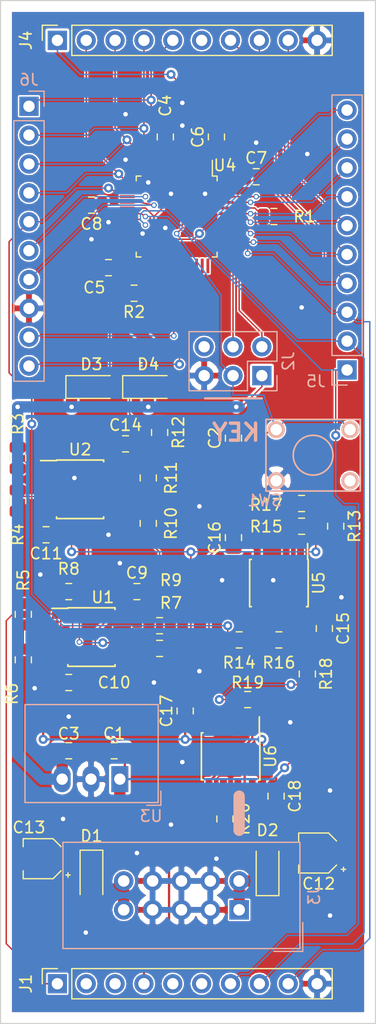
<source format=kicad_pcb>
(kicad_pcb (version 20171130) (host pcbnew 5.0.2+dfsg1-1~bpo9+1)
  (layers (0 F.Cu signal) (31 B.Cu signal) (34 B.Paste user) (35 F.Paste user) (36 B.SilkS user) (37 F.SilkS user) (38 B.Mask user) (39 F.Mask user) (44 Edge.Cuts user))
  (net 0 "")
  (net 1 /AIN0)
  (net 2 GND)
  (net 3 /AOUT0)
  (net 4 +3V3)
  (net 5 /POT0)
  (net 6 /POT1)
  (net 7 /POT2)
  (net 8 /POT3)
  (net 9 /AIN1)
  (net 10 /AIN2)
  (net 11 /AOUT1)
  (net 12 /AOUT2)
  (net 13 "Net-(J4-Pad6)")
  (net 14 "Net-(R13-Pad2)")
  (net 15 "Net-(R16-Pad2)")
  (net 16 "Net-(R10-Pad1)")
  (net 17 "Net-(R11-Pad1)")
  (net 18 "Net-(R20-Pad1)")
  (net 19 "Net-(R18-Pad2)")
  (net 20 "Net-(R19-Pad1)")
  (net 21 "Net-(R15-Pad2)")
  (net 22 "Net-(R13-Pad1)")
  (net 23 /OUT_Cond/Vin)
  (net 24 +1.65V)
  (net 25 /MCU/Vin)
  (net 26 "Net-(R3-Pad2)")
  (net 27 "Net-(R10-Pad2)")
  (net 28 "Net-(R2-Pad1)")
  (net 29 "Net-(R1-Pad1)")
  (net 30 "Net-(R5-Pad2)")
  (net 31 "Net-(R7-Pad1)")
  (net 32 "Net-(R8-Pad2)")
  (net 33 -12V)
  (net 34 +12V)
  (net 35 "Net-(U4-Pad2)")
  (net 36 "Net-(U4-Pad3)")
  (net 37 "Net-(U4-Pad4)")
  (net 38 "Net-(U4-Pad5)")
  (net 39 "Net-(U4-Pad6)")
  (net 40 /MCU/nRST)
  (net 41 "Net-(J6-Pad6)")
  (net 42 /MCU/DAC2)
  (net 43 "Net-(U4-Pad21)")
  (net 44 "Net-(U4-Pad22)")
  (net 45 "Net-(J5-Pad10)")
  (net 46 "Net-(U4-Pad27)")
  (net 47 "Net-(U4-Pad28)")
  (net 48 "Net-(U4-Pad29)")
  (net 49 /MCU/USART1_TX)
  (net 50 /MCU/USART1_RX)
  (net 51 "Net-(U4-Pad32)")
  (net 52 "Net-(U4-Pad33)")
  (net 53 "Net-(U4-Pad34)")
  (net 54 "Net-(U4-Pad35)")
  (net 55 "Net-(U4-Pad36)")
  (net 56 SWCLK)
  (net 57 SWDIO)
  (net 58 "Net-(J5-Pad7)")
  (net 59 "Net-(J5-Pad8)")
  (net 60 "Net-(J5-Pad9)")
  (net 61 "Net-(D2-Pad1)")
  (net 62 "Net-(D1-Pad2)")
  (net 63 "Net-(J2-Pad6)")
  (net 64 /D0)
  (net 65 /D1)
  (net 66 /D2)
  (net 67 /D3)
  (net 68 /D4)
  (net 69 /D5)
  (module Eurocad:TL1105SPF250Q (layer B.Cu) (at 137.51 100)
    (fp_text reference SW1 (at -4.26 3.98) (layer B.SilkS) (effects (justify mirror)))
    (fp_text value TL1105SPF250Q)
    (pad 1 thru_hole circle (at -3.25 -2.25) (size 1.524 1.524) (drill 1) (layers *.Cu *.Mask B.SilkS) (net 40 /MCU/nRST))
    (pad 2 thru_hole circle (at 3.25 -2.25) (size 1.524 1.524) (drill 1) (layers *.Cu *.Mask B.SilkS) (net 40 /MCU/nRST))
    (pad 3 thru_hole circle (at -3.25 2.25) (size 1.524 1.524) (drill 1) (layers *.Cu *.Mask B.SilkS) (net 2 GND))
    (pad 4 thru_hole circle (at 3.25 2.25) (size 1.524 1.524) (drill 1) (layers *.Cu *.Mask B.SilkS))
  )
  (module Connector_PinSocket_2.54mm:PinSocket_1x10_P2.54mm_Vertical (layer F.Cu) (at 115 146.5 90)
    (fp_text reference J1 (at 0 -2.77 90) (layer F.SilkS))
    (fp_text value Left)
    (pad 10 thru_hole oval (at 0 22.86 90) (size 1.7 1.7) (drill 1) (layers *.Cu *.Mask) (net 2 GND))
    (pad 9 thru_hole oval (at 0 20.32 90) (size 1.7 1.7) (drill 1) (layers *.Cu *.Mask) (net 66 /D2))
    (pad 8 thru_hole oval (at 0 17.78 90) (size 1.7 1.7) (drill 1) (layers *.Cu *.Mask) (net 65 /D1))
    (pad 7 thru_hole oval (at 0 15.24 90) (size 1.7 1.7) (drill 1) (layers *.Cu *.Mask) (net 64 /D0))
    (pad 6 thru_hole oval (at 0 12.7 90) (size 1.7 1.7) (drill 1) (layers *.Cu *.Mask) (net 12 /AOUT2))
    (pad 5 thru_hole oval (at 0 10.16 90) (size 1.7 1.7) (drill 1) (layers *.Cu *.Mask) (net 11 /AOUT1))
    (pad 4 thru_hole oval (at 0 7.62 90) (size 1.7 1.7) (drill 1) (layers *.Cu *.Mask) (net 3 /AOUT0))
    (pad 3 thru_hole oval (at 0 5.08 90) (size 1.7 1.7) (drill 1) (layers *.Cu *.Mask) (net 10 /AIN2))
    (pad 2 thru_hole oval (at 0 2.54 90) (size 1.7 1.7) (drill 1) (layers *.Cu *.Mask) (net 9 /AIN1))
    (pad 1 thru_hole rect (at 0 0 90) (size 1.7 1.7) (drill 1) (layers *.Cu *.Mask) (net 1 /AIN0))
  )
  (module Connector_PinSocket_2.54mm:PinSocket_1x10_P2.54mm_Vertical (layer F.Cu) (at 115 63.5 90)
    (fp_text reference J4 (at 0 -2.77 90) (layer F.SilkS))
    (fp_text value Right)
    (pad 1 thru_hole rect (at 0 0 90) (size 1.7 1.7) (drill 1) (layers *.Cu *.Mask) (net 4 +3V3))
    (pad 2 thru_hole oval (at 0 2.54 90) (size 1.7 1.7) (drill 1) (layers *.Cu *.Mask) (net 5 /POT0))
    (pad 3 thru_hole oval (at 0 5.08 90) (size 1.7 1.7) (drill 1) (layers *.Cu *.Mask) (net 6 /POT1))
    (pad 4 thru_hole oval (at 0 7.62 90) (size 1.7 1.7) (drill 1) (layers *.Cu *.Mask) (net 7 /POT2))
    (pad 5 thru_hole oval (at 0 10.16 90) (size 1.7 1.7) (drill 1) (layers *.Cu *.Mask) (net 8 /POT3))
    (pad 6 thru_hole oval (at 0 12.7 90) (size 1.7 1.7) (drill 1) (layers *.Cu *.Mask) (net 13 "Net-(J4-Pad6)"))
    (pad 7 thru_hole oval (at 0 15.24 90) (size 1.7 1.7) (drill 1) (layers *.Cu *.Mask) (net 67 /D3))
    (pad 8 thru_hole oval (at 0 17.78 90) (size 1.7 1.7) (drill 1) (layers *.Cu *.Mask) (net 68 /D4))
    (pad 9 thru_hole oval (at 0 20.32 90) (size 1.7 1.7) (drill 1) (layers *.Cu *.Mask) (net 69 /D5))
    (pad 10 thru_hole oval (at 0 22.86 90) (size 1.7 1.7) (drill 1) (layers *.Cu *.Mask) (net 2 GND))
  )
  (module Connector_PinHeader_2.54mm:PinHeader_2x03_P2.54mm_Vertical (layer B.Cu) (at 133 93 90)
    (fp_text reference J2 (at 1.27 2.33 90) (layer B.SilkS) (effects (justify mirror)))
    (fp_text value Conn_02x03_Odd_Even)
    (pad 1 thru_hole rect (at 0 0 90) (size 1.7 1.7) (drill 1) (layers *.Cu *.Mask) (net 4 +3V3))
    (pad 2 thru_hole oval (at 2.54 0 90) (size 1.7 1.7) (drill 1) (layers *.Cu *.Mask) (net 57 SWDIO))
    (pad 3 thru_hole oval (at 0 -2.54 90) (size 1.7 1.7) (drill 1) (layers *.Cu *.Mask) (net 40 /MCU/nRST))
    (pad 4 thru_hole oval (at 2.54 -2.54 90) (size 1.7 1.7) (drill 1) (layers *.Cu *.Mask) (net 56 SWCLK))
    (pad 5 thru_hole oval (at 0 -5.08 90) (size 1.7 1.7) (drill 1) (layers *.Cu *.Mask) (net 2 GND))
    (pad 6 thru_hole oval (at 2.54 -5.08 90) (size 1.7 1.7) (drill 1) (layers *.Cu *.Mask) (net 63 "Net-(J2-Pad6)"))
  )
  (module Diode_SMD:D_SOD-123 (layer F.Cu) (at 133.5 136.5 90)
    (fp_text reference D2 (at 3.5 0 180) (layer F.SilkS))
    (fp_text value 1N5819HW-7-F)
    (pad 2 smd rect (at 1.65 0 90) (size 0.9 1.2) (layers F.Cu F.Paste F.Mask) (net 33 -12V))
    (pad 1 smd rect (at -1.65 0 90) (size 0.9 1.2) (layers F.Cu F.Paste F.Mask) (net 61 "Net-(D2-Pad1)"))
  )
  (module Diode_SMD:D_SOD-123 (layer F.Cu) (at 118 137 270)
    (fp_text reference D1 (at -3.5 0) (layer F.SilkS))
    (fp_text value 1N5819HW-7-F)
    (pad 1 smd rect (at -1.65 0 270) (size 0.9 1.2) (layers F.Cu F.Paste F.Mask) (net 34 +12V))
    (pad 2 smd rect (at 1.65 0 270) (size 0.9 1.2) (layers F.Cu F.Paste F.Mask) (net 62 "Net-(D1-Pad2)"))
  )
  (module Diode_SMD:D_SOD-123 (layer F.Cu) (at 123 94)
    (fp_text reference D4 (at 0 -2) (layer F.SilkS))
    (fp_text value 1N5819HW-7-F)
    (pad 2 smd rect (at 1.65 0) (size 0.9 1.2) (layers F.Cu F.Paste F.Mask) (net 2 GND))
    (pad 1 smd rect (at -1.65 0) (size 0.9 1.2) (layers F.Cu F.Paste F.Mask) (net 25 /MCU/Vin))
  )
  (module Diode_SMD:D_SOD-123 (layer F.Cu) (at 118 94)
    (fp_text reference D3 (at 0 -2) (layer F.SilkS))
    (fp_text value 1N5819HW-7-F)
    (pad 1 smd rect (at -1.65 0) (size 0.9 1.2) (layers F.Cu F.Paste F.Mask) (net 4 +3V3))
    (pad 2 smd rect (at 1.65 0) (size 0.9 1.2) (layers F.Cu F.Paste F.Mask) (net 25 /MCU/Vin))
  )
  (module Connector_PinHeader_2.54mm:PinHeader_1x10_P2.54mm_Vertical (layer B.Cu) (at 112.5 69.3 180)
    (fp_text reference J6 (at 0 2.33 180) (layer B.SilkS) (effects (justify mirror)))
    (fp_text value Conn_01x10)
    (pad 10 thru_hole oval (at 0 -22.86 180) (size 1.7 1.7) (drill 1) (layers *.Cu *.Mask) (net 50 /MCU/USART1_RX))
    (pad 9 thru_hole oval (at 0 -20.32 180) (size 1.7 1.7) (drill 1) (layers *.Cu *.Mask) (net 49 /MCU/USART1_TX))
    (pad 8 thru_hole oval (at 0 -17.78 180) (size 1.7 1.7) (drill 1) (layers *.Cu *.Mask) (net 2 GND))
    (pad 7 thru_hole oval (at 0 -15.24 180) (size 1.7 1.7) (drill 1) (layers *.Cu *.Mask) (net 42 /MCU/DAC2))
    (pad 6 thru_hole oval (at 0 -12.7 180) (size 1.7 1.7) (drill 1) (layers *.Cu *.Mask) (net 41 "Net-(J6-Pad6)"))
    (pad 5 thru_hole oval (at 0 -10.16 180) (size 1.7 1.7) (drill 1) (layers *.Cu *.Mask) (net 23 /OUT_Cond/Vin))
    (pad 4 thru_hole oval (at 0 -7.62 180) (size 1.7 1.7) (drill 1) (layers *.Cu *.Mask) (net 5 /POT0))
    (pad 3 thru_hole oval (at 0 -5.08 180) (size 1.7 1.7) (drill 1) (layers *.Cu *.Mask) (net 6 /POT1))
    (pad 2 thru_hole oval (at 0 -2.54 180) (size 1.7 1.7) (drill 1) (layers *.Cu *.Mask) (net 7 /POT2))
    (pad 1 thru_hole rect (at 0 0 180) (size 1.7 1.7) (drill 1) (layers *.Cu *.Mask) (net 8 /POT3))
  )
  (module Connector_PinHeader_2.54mm:PinHeader_1x10_P2.54mm_Vertical (layer B.Cu) (at 140.5 92.5)
    (fp_text reference J5 (at -2.75 1) (layer B.SilkS) (effects (justify mirror)))
    (fp_text value Conn_01x10)
    (pad 1 thru_hole rect (at 0 0) (size 1.7 1.7) (drill 1) (layers *.Cu *.Mask) (net 64 /D0))
    (pad 2 thru_hole oval (at 0 -2.54) (size 1.7 1.7) (drill 1) (layers *.Cu *.Mask) (net 65 /D1))
    (pad 3 thru_hole oval (at 0 -5.08) (size 1.7 1.7) (drill 1) (layers *.Cu *.Mask) (net 66 /D2))
    (pad 4 thru_hole oval (at 0 -7.62) (size 1.7 1.7) (drill 1) (layers *.Cu *.Mask) (net 67 /D3))
    (pad 5 thru_hole oval (at 0 -10.16) (size 1.7 1.7) (drill 1) (layers *.Cu *.Mask) (net 68 /D4))
    (pad 6 thru_hole oval (at 0 -12.7) (size 1.7 1.7) (drill 1) (layers *.Cu *.Mask) (net 69 /D5))
    (pad 7 thru_hole oval (at 0 -15.24) (size 1.7 1.7) (drill 1) (layers *.Cu *.Mask) (net 58 "Net-(J5-Pad7)"))
    (pad 8 thru_hole oval (at 0 -17.78) (size 1.7 1.7) (drill 1) (layers *.Cu *.Mask) (net 59 "Net-(J5-Pad8)"))
    (pad 9 thru_hole oval (at 0 -20.32) (size 1.7 1.7) (drill 1) (layers *.Cu *.Mask) (net 60 "Net-(J5-Pad9)"))
    (pad 10 thru_hole oval (at 0 -22.86) (size 1.7 1.7) (drill 1) (layers *.Cu *.Mask) (net 45 "Net-(J5-Pad10)"))
  )
  (module Resistor_SMD:R_0805_2012Metric (layer F.Cu) (at 131.75 121.5 180)
    (fp_text reference R19 (at 0 1.5 180) (layer F.SilkS))
    (fp_text value 20k)
    (pad 2 smd roundrect (at 0.9375 0 180) (size 0.975 1.4) (layers F.Cu F.Paste F.Mask) (net 19 "Net-(R18-Pad2)"))
    (pad 1 smd roundrect (at -0.9375 0 180) (size 0.975 1.4) (layers F.Cu F.Paste F.Mask) (net 20 "Net-(R19-Pad1)"))
  )
  (module Resistor_SMD:R_0805_2012Metric (layer F.Cu) (at 137 119.25 270)
    (fp_text reference R18 (at 0 -1.65 270) (layer F.SilkS))
    (fp_text value 10k)
    (pad 1 smd roundrect (at -0.9375 0 270) (size 0.975 1.4) (layers F.Cu F.Paste F.Mask) (net 15 "Net-(R16-Pad2)"))
    (pad 2 smd roundrect (at 0.9375 0 270) (size 0.975 1.4) (layers F.Cu F.Paste F.Mask) (net 19 "Net-(R18-Pad2)"))
  )
  (module Resistor_SMD:R_0805_2012Metric (layer F.Cu) (at 139.5 106.25 270)
    (fp_text reference R13 (at 0 -1.65 270) (layer F.SilkS))
    (fp_text value 1M)
    (pad 1 smd roundrect (at -0.9375 0 270) (size 0.975 1.4) (layers F.Cu F.Paste F.Mask) (net 22 "Net-(R13-Pad1)"))
    (pad 2 smd roundrect (at 0.9375 0 270) (size 0.975 1.4) (layers F.Cu F.Paste F.Mask) (net 14 "Net-(R13-Pad2)"))
  )
  (module Resistor_SMD:R_0805_2012Metric (layer F.Cu) (at 124 98 270)
    (fp_text reference R12 (at 0 -1.65 270) (layer F.SilkS))
    (fp_text value 10R)
    (pad 2 smd roundrect (at 0.9375 0 270) (size 0.975 1.4) (layers F.Cu F.Paste F.Mask) (net 17 "Net-(R11-Pad1)"))
    (pad 1 smd roundrect (at -0.9375 0 270) (size 0.975 1.4) (layers F.Cu F.Paste F.Mask) (net 25 /MCU/Vin))
  )
  (module Resistor_SMD:R_0805_2012Metric (layer F.Cu) (at 111.5 100.25 270)
    (fp_text reference R3 (at -3 0 270) (layer F.SilkS))
    (fp_text value 1M)
    (pad 1 smd roundrect (at -0.9375 0 270) (size 0.975 1.4) (layers F.Cu F.Paste F.Mask) (net 4 +3V3))
    (pad 2 smd roundrect (at 0.9375 0 270) (size 0.975 1.4) (layers F.Cu F.Paste F.Mask) (net 26 "Net-(R3-Pad2)"))
  )
  (module Resistor_SMD:R_0805_2012Metric (layer F.Cu) (at 111.5 104 270)
    (fp_text reference R4 (at 3 0 270) (layer F.SilkS))
    (fp_text value 1M)
    (pad 2 smd roundrect (at 0.9375 0 270) (size 0.975 1.4) (layers F.Cu F.Paste F.Mask) (net 2 GND))
    (pad 1 smd roundrect (at -0.9375 0 270) (size 0.975 1.4) (layers F.Cu F.Paste F.Mask) (net 26 "Net-(R3-Pad2)"))
  )
  (module Resistor_SMD:R_0805_2012Metric (layer F.Cu) (at 123 106 270)
    (fp_text reference R10 (at 0 -2 270) (layer F.SilkS))
    (fp_text value 1M)
    (pad 1 smd roundrect (at -0.9375 0 270) (size 0.975 1.4) (layers F.Cu F.Paste F.Mask) (net 16 "Net-(R10-Pad1)"))
    (pad 2 smd roundrect (at 0.9375 0 270) (size 0.975 1.4) (layers F.Cu F.Paste F.Mask) (net 27 "Net-(R10-Pad2)"))
  )
  (module Resistor_SMD:R_0805_2012Metric (layer F.Cu) (at 121.75 85.75 180)
    (fp_text reference R2 (at 0 -1.65 180) (layer F.SilkS))
    (fp_text value 0R)
    (pad 2 smd roundrect (at 0.9375 0 180) (size 0.975 1.4) (layers F.Cu F.Paste F.Mask) (net 4 +3V3))
    (pad 1 smd roundrect (at -0.9375 0 180) (size 0.975 1.4) (layers F.Cu F.Paste F.Mask) (net 28 "Net-(R2-Pad1)"))
  )
  (module Converter_DCDC:Converter_DCDC_RECOM_R-78E-0.5_THT (layer B.Cu) (at 120.5 128.5 180)
    (fp_text reference U3 (at -2.75 -3.25 180) (layer B.SilkS) (effects (justify mirror)))
    (fp_text value R-783.3-0.5)
    (pad 1 thru_hole rect (at 0 0 180) (size 1.5 2.3) (drill 1) (layers *.Cu *.Mask) (net 34 +12V))
    (pad 2 thru_hole oval (at 2.54 0 180) (size 1.5 2.3) (drill 1) (layers *.Cu *.Mask) (net 2 GND))
    (pad 3 thru_hole oval (at 5.08 0 180) (size 1.5 2.3) (drill 1) (layers *.Cu *.Mask) (net 4 +3V3))
  )
  (module Resistor_SMD:R_0805_2012Metric (layer F.Cu) (at 136.5 104.25 180)
    (fp_text reference R17 (at 3.12 -0.12 180) (layer F.SilkS))
    (fp_text value 10k)
    (pad 2 smd roundrect (at 0.9375 0 180) (size 0.975 1.4) (layers F.Cu F.Paste F.Mask) (net 21 "Net-(R15-Pad2)"))
    (pad 1 smd roundrect (at -0.9375 0 180) (size 0.975 1.4) (layers F.Cu F.Paste F.Mask) (net 22 "Net-(R13-Pad1)"))
  )
  (module Resistor_SMD:R_0805_2012Metric (layer F.Cu) (at 131 116.25)
    (fp_text reference R14 (at 0 2) (layer F.SilkS))
    (fp_text value 1M)
    (pad 1 smd roundrect (at -0.9375 0) (size 0.975 1.4) (layers F.Cu F.Paste F.Mask) (net 23 /OUT_Cond/Vin))
    (pad 2 smd roundrect (at 0.9375 0) (size 0.975 1.4) (layers F.Cu F.Paste F.Mask) (net 14 "Net-(R13-Pad2)"))
  )
  (module Resistor_SMD:R_0805_2012Metric (layer F.Cu) (at 136.5 106.25 180)
    (fp_text reference R15 (at 3.12 -0.03 180) (layer F.SilkS))
    (fp_text value 10k)
    (pad 2 smd roundrect (at 0.9375 0 180) (size 0.975 1.4) (layers F.Cu F.Paste F.Mask) (net 21 "Net-(R15-Pad2)"))
    (pad 1 smd roundrect (at -0.9375 0 180) (size 0.975 1.4) (layers F.Cu F.Paste F.Mask) (net 24 +1.65V))
  )
  (module Resistor_SMD:R_0805_2012Metric (layer F.Cu) (at 134.5 116.25)
    (fp_text reference R16 (at 0 2) (layer F.SilkS))
    (fp_text value 1M)
    (pad 1 smd roundrect (at -0.9375 0) (size 0.975 1.4) (layers F.Cu F.Paste F.Mask) (net 14 "Net-(R13-Pad2)"))
    (pad 2 smd roundrect (at 0.9375 0) (size 0.975 1.4) (layers F.Cu F.Paste F.Mask) (net 15 "Net-(R16-Pad2)"))
  )
  (module Resistor_SMD:R_0805_2012Metric (layer F.Cu) (at 123 102 270)
    (fp_text reference R11 (at 0 -2 270) (layer F.SilkS))
    (fp_text value 1M)
    (pad 2 smd roundrect (at 0.9375 0 270) (size 0.975 1.4) (layers F.Cu F.Paste F.Mask) (net 16 "Net-(R10-Pad1)"))
    (pad 1 smd roundrect (at -0.9375 0 270) (size 0.975 1.4) (layers F.Cu F.Paste F.Mask) (net 17 "Net-(R11-Pad1)"))
  )
  (module Resistor_SMD:R_0805_2012Metric (layer F.Cu) (at 134.0625 79)
    (fp_text reference R1 (at 2.6875 0) (layer F.SilkS))
    (fp_text value 0R)
    (pad 1 smd roundrect (at -0.9375 0) (size 0.975 1.4) (layers F.Cu F.Paste F.Mask) (net 29 "Net-(R1-Pad1)"))
    (pad 2 smd roundrect (at 0.9375 0) (size 0.975 1.4) (layers F.Cu F.Paste F.Mask) (net 2 GND))
  )
  (module Resistor_SMD:R_0805_2012Metric (layer F.Cu) (at 112 114 270)
    (fp_text reference R5 (at -3 0 270) (layer F.SilkS))
    (fp_text value 10k)
    (pad 2 smd roundrect (at 0.9375 0 270) (size 0.975 1.4) (layers F.Cu F.Paste F.Mask) (net 30 "Net-(R5-Pad2)"))
    (pad 1 smd roundrect (at -0.9375 0 270) (size 0.975 1.4) (layers F.Cu F.Paste F.Mask) (net 1 /AIN0))
  )
  (module Resistor_SMD:R_0805_2012Metric (layer F.Cu) (at 112 118 90)
    (fp_text reference R6 (at -3 -1 90) (layer F.SilkS))
    (fp_text value 20k)
    (pad 1 smd roundrect (at -0.9375 0 90) (size 0.975 1.4) (layers F.Cu F.Paste F.Mask) (net 2 GND))
    (pad 2 smd roundrect (at 0.9375 0 90) (size 0.975 1.4) (layers F.Cu F.Paste F.Mask) (net 30 "Net-(R5-Pad2)"))
  )
  (module Resistor_SMD:R_0805_2012Metric (layer F.Cu) (at 124 117)
    (fp_text reference R7 (at 1 -4) (layer F.SilkS))
    (fp_text value 1M)
    (pad 2 smd roundrect (at 0.9375 0) (size 0.975 1.4) (layers F.Cu F.Paste F.Mask) (net 24 +1.65V))
    (pad 1 smd roundrect (at -0.9375 0) (size 0.975 1.4) (layers F.Cu F.Paste F.Mask) (net 31 "Net-(R7-Pad1)"))
  )
  (module Resistor_SMD:R_0805_2012Metric (layer F.Cu) (at 116 112 180)
    (fp_text reference R8 (at 0 2 180) (layer F.SilkS))
    (fp_text value 1M)
    (pad 1 smd roundrect (at -0.9375 0 180) (size 0.975 1.4) (layers F.Cu F.Paste F.Mask) (net 31 "Net-(R7-Pad1)"))
    (pad 2 smd roundrect (at 0.9375 0 180) (size 0.975 1.4) (layers F.Cu F.Paste F.Mask) (net 32 "Net-(R8-Pad2)"))
  )
  (module Resistor_SMD:R_0805_2012Metric (layer F.Cu) (at 124 115)
    (fp_text reference R9 (at 1 -4) (layer F.SilkS))
    (fp_text value 1M)
    (pad 2 smd roundrect (at 0.9375 0) (size 0.975 1.4) (layers F.Cu F.Paste F.Mask) (net 31 "Net-(R7-Pad1)"))
    (pad 1 smd roundrect (at -0.9375 0) (size 0.975 1.4) (layers F.Cu F.Paste F.Mask) (net 27 "Net-(R10-Pad2)"))
  )
  (module Package_SO:SOIC-8_3.9x4.9mm_P1.27mm (layer F.Cu) (at 130.25 126.5 270)
    (fp_text reference U6 (at 0 -3.5 270) (layer F.SilkS))
    (fp_text value LM2904DR)
    (pad 1 smd rect (at -2.7 -1.905 270) (size 1.55 0.6) (layers F.Cu F.Paste F.Mask) (net 20 "Net-(R19-Pad1)"))
    (pad 2 smd rect (at -2.7 -0.635 270) (size 1.55 0.6) (layers F.Cu F.Paste F.Mask) (net 19 "Net-(R18-Pad2)"))
    (pad 3 smd rect (at -2.7 0.635 270) (size 1.55 0.6) (layers F.Cu F.Paste F.Mask) (net 2 GND))
    (pad 4 smd rect (at -2.7 1.905 270) (size 1.55 0.6) (layers F.Cu F.Paste F.Mask) (net 33 -12V))
    (pad 5 smd rect (at 2.7 1.905 270) (size 1.55 0.6) (layers F.Cu F.Paste F.Mask) (net 20 "Net-(R19-Pad1)"))
    (pad 6 smd rect (at 2.7 0.635 270) (size 1.55 0.6) (layers F.Cu F.Paste F.Mask) (net 18 "Net-(R20-Pad1)"))
    (pad 7 smd rect (at 2.7 -0.635 270) (size 1.55 0.6) (layers F.Cu F.Paste F.Mask) (net 18 "Net-(R20-Pad1)"))
    (pad 8 smd rect (at 2.7 -1.905 270) (size 1.55 0.6) (layers F.Cu F.Paste F.Mask) (net 34 +12V))
  )
  (module Capacitor_SMD:C_0805_2012Metric (layer F.Cu) (at 119.5 83.5 180)
    (fp_text reference C5 (at 1.25 -1.75 180) (layer F.SilkS))
    (fp_text value 1uF)
    (pad 2 smd roundrect (at 0.9375 0 180) (size 0.975 1.4) (layers F.Cu F.Paste F.Mask) (net 2 GND))
    (pad 1 smd roundrect (at -0.9375 0 180) (size 0.975 1.4) (layers F.Cu F.Paste F.Mask) (net 4 +3V3))
  )
  (module Package_SO:SOIC-8_3.9x4.9mm_P1.27mm (layer F.Cu) (at 134.5 111.25 270)
    (fp_text reference U5 (at 0 -3.5 270) (layer F.SilkS))
    (fp_text value LM2904DR)
    (pad 8 smd rect (at 2.7 -1.905 270) (size 1.55 0.6) (layers F.Cu F.Paste F.Mask) (net 34 +12V))
    (pad 7 smd rect (at 2.7 -0.635 270) (size 1.55 0.6) (layers F.Cu F.Paste F.Mask) (net 15 "Net-(R16-Pad2)"))
    (pad 6 smd rect (at 2.7 0.635 270) (size 1.55 0.6) (layers F.Cu F.Paste F.Mask) (net 14 "Net-(R13-Pad2)"))
    (pad 5 smd rect (at 2.7 1.905 270) (size 1.55 0.6) (layers F.Cu F.Paste F.Mask) (net 2 GND))
    (pad 4 smd rect (at -2.7 1.905 270) (size 1.55 0.6) (layers F.Cu F.Paste F.Mask) (net 33 -12V))
    (pad 3 smd rect (at -2.7 0.635 270) (size 1.55 0.6) (layers F.Cu F.Paste F.Mask) (net 2 GND))
    (pad 2 smd rect (at -2.7 -0.635 270) (size 1.55 0.6) (layers F.Cu F.Paste F.Mask) (net 21 "Net-(R15-Pad2)"))
    (pad 1 smd rect (at -2.7 -1.905 270) (size 1.55 0.6) (layers F.Cu F.Paste F.Mask) (net 22 "Net-(R13-Pad1)"))
  )
  (module Package_SO:SOIC-8_3.9x4.9mm_P1.27mm (layer F.Cu) (at 117 103)
    (fp_text reference U2 (at 0 -3.5) (layer F.SilkS))
    (fp_text value LM2904DR)
    (pad 1 smd rect (at -2.7 -1.905) (size 1.55 0.6) (layers F.Cu F.Paste F.Mask) (net 24 +1.65V))
    (pad 2 smd rect (at -2.7 -0.635) (size 1.55 0.6) (layers F.Cu F.Paste F.Mask) (net 24 +1.65V))
    (pad 3 smd rect (at -2.7 0.635) (size 1.55 0.6) (layers F.Cu F.Paste F.Mask) (net 26 "Net-(R3-Pad2)"))
    (pad 4 smd rect (at -2.7 1.905) (size 1.55 0.6) (layers F.Cu F.Paste F.Mask) (net 33 -12V))
    (pad 5 smd rect (at 2.7 1.905) (size 1.55 0.6) (layers F.Cu F.Paste F.Mask) (net 2 GND))
    (pad 6 smd rect (at 2.7 0.635) (size 1.55 0.6) (layers F.Cu F.Paste F.Mask) (net 16 "Net-(R10-Pad1)"))
    (pad 7 smd rect (at 2.7 -0.635) (size 1.55 0.6) (layers F.Cu F.Paste F.Mask) (net 17 "Net-(R11-Pad1)"))
    (pad 8 smd rect (at 2.7 -1.905) (size 1.55 0.6) (layers F.Cu F.Paste F.Mask) (net 34 +12V))
  )
  (module Resistor_SMD:R_0805_2012Metric (layer F.Cu) (at 129.75 132 270)
    (fp_text reference R20 (at 0 -1.65 270) (layer F.SilkS))
    (fp_text value 10k)
    (pad 1 smd roundrect (at -0.9375 0 270) (size 0.975 1.4) (layers F.Cu F.Paste F.Mask) (net 18 "Net-(R20-Pad1)"))
    (pad 2 smd roundrect (at 0.9375 0 270) (size 0.975 1.4) (layers F.Cu F.Paste F.Mask) (net 3 /AOUT0))
  )
  (module Package_SO:SOIC-8_3.9x4.9mm_P1.27mm (layer F.Cu) (at 118 116)
    (fp_text reference U1 (at 1 -3.5) (layer F.SilkS))
    (fp_text value LM2904DR)
    (pad 8 smd rect (at 2.7 -1.905) (size 1.55 0.6) (layers F.Cu F.Paste F.Mask) (net 34 +12V))
    (pad 7 smd rect (at 2.7 -0.635) (size 1.55 0.6) (layers F.Cu F.Paste F.Mask) (net 27 "Net-(R10-Pad2)"))
    (pad 6 smd rect (at 2.7 0.635) (size 1.55 0.6) (layers F.Cu F.Paste F.Mask) (net 31 "Net-(R7-Pad1)"))
    (pad 5 smd rect (at 2.7 1.905) (size 1.55 0.6) (layers F.Cu F.Paste F.Mask) (net 2 GND))
    (pad 4 smd rect (at -2.7 1.905) (size 1.55 0.6) (layers F.Cu F.Paste F.Mask) (net 33 -12V))
    (pad 3 smd rect (at -2.7 0.635) (size 1.55 0.6) (layers F.Cu F.Paste F.Mask) (net 30 "Net-(R5-Pad2)"))
    (pad 2 smd rect (at -2.7 -0.635) (size 1.55 0.6) (layers F.Cu F.Paste F.Mask) (net 32 "Net-(R8-Pad2)"))
    (pad 1 smd rect (at -2.7 -1.905) (size 1.55 0.6) (layers F.Cu F.Paste F.Mask) (net 32 "Net-(R8-Pad2)"))
  )
  (module Package_QFP:LQFP-48_7x7mm_P0.5mm (layer F.Cu) (at 125.5 79 270)
    (fp_text reference U4 (at -4.5 -4.25 180) (layer F.SilkS))
    (fp_text value STM32F373CCTx)
    (pad 1 smd rect (at -4.35 -2.75 270) (size 1.3 0.25) (layers F.Cu F.Paste F.Mask) (net 4 +3V3))
    (pad 2 smd rect (at -4.35 -2.25 270) (size 1.3 0.25) (layers F.Cu F.Paste F.Mask) (net 35 "Net-(U4-Pad2)"))
    (pad 3 smd rect (at -4.35 -1.75 270) (size 1.3 0.25) (layers F.Cu F.Paste F.Mask) (net 36 "Net-(U4-Pad3)"))
    (pad 4 smd rect (at -4.35 -1.25 270) (size 1.3 0.25) (layers F.Cu F.Paste F.Mask) (net 37 "Net-(U4-Pad4)"))
    (pad 5 smd rect (at -4.35 -0.75 270) (size 1.3 0.25) (layers F.Cu F.Paste F.Mask) (net 38 "Net-(U4-Pad5)"))
    (pad 6 smd rect (at -4.35 -0.25 270) (size 1.3 0.25) (layers F.Cu F.Paste F.Mask) (net 39 "Net-(U4-Pad6)"))
    (pad 7 smd rect (at -4.35 0.25 270) (size 1.3 0.25) (layers F.Cu F.Paste F.Mask) (net 40 /MCU/nRST))
    (pad 8 smd rect (at -4.35 0.75 270) (size 1.3 0.25) (layers F.Cu F.Paste F.Mask) (net 2 GND))
    (pad 9 smd rect (at -4.35 1.25 270) (size 1.3 0.25) (layers F.Cu F.Paste F.Mask) (net 4 +3V3))
    (pad 10 smd rect (at -4.35 1.75 270) (size 1.3 0.25) (layers F.Cu F.Paste F.Mask) (net 8 /POT3))
    (pad 11 smd rect (at -4.35 2.25 270) (size 1.3 0.25) (layers F.Cu F.Paste F.Mask) (net 7 /POT2))
    (pad 12 smd rect (at -4.35 2.75 270) (size 1.3 0.25) (layers F.Cu F.Paste F.Mask) (net 6 /POT1))
    (pad 13 smd rect (at -2.75 4.35) (size 1.3 0.25) (layers F.Cu F.Paste F.Mask) (net 5 /POT0))
    (pad 14 smd rect (at -2.25 4.35) (size 1.3 0.25) (layers F.Cu F.Paste F.Mask) (net 23 /OUT_Cond/Vin))
    (pad 15 smd rect (at -1.75 4.35) (size 1.3 0.25) (layers F.Cu F.Paste F.Mask) (net 41 "Net-(J6-Pad6)"))
    (pad 16 smd rect (at -1.25 4.35) (size 1.3 0.25) (layers F.Cu F.Paste F.Mask) (net 42 /MCU/DAC2))
    (pad 17 smd rect (at -0.75 4.35) (size 1.3 0.25) (layers F.Cu F.Paste F.Mask) (net 4 +3V3))
    (pad 18 smd rect (at -0.25 4.35) (size 1.3 0.25) (layers F.Cu F.Paste F.Mask) (net 64 /D0))
    (pad 19 smd rect (at 0.25 4.35) (size 1.3 0.25) (layers F.Cu F.Paste F.Mask) (net 65 /D1))
    (pad 20 smd rect (at 0.75 4.35) (size 1.3 0.25) (layers F.Cu F.Paste F.Mask) (net 25 /MCU/Vin))
    (pad 21 smd rect (at 1.25 4.35) (size 1.3 0.25) (layers F.Cu F.Paste F.Mask) (net 43 "Net-(U4-Pad21)"))
    (pad 22 smd rect (at 1.75 4.35) (size 1.3 0.25) (layers F.Cu F.Paste F.Mask) (net 44 "Net-(U4-Pad22)"))
    (pad 23 smd rect (at 2.25 4.35) (size 1.3 0.25) (layers F.Cu F.Paste F.Mask) (net 2 GND))
    (pad 24 smd rect (at 2.75 4.35) (size 1.3 0.25) (layers F.Cu F.Paste F.Mask) (net 4 +3V3))
    (pad 25 smd rect (at 4.35 2.75 270) (size 1.3 0.25) (layers F.Cu F.Paste F.Mask) (net 28 "Net-(R2-Pad1)"))
    (pad 26 smd rect (at 4.35 2.25 270) (size 1.3 0.25) (layers F.Cu F.Paste F.Mask) (net 45 "Net-(J5-Pad10)"))
    (pad 27 smd rect (at 4.35 1.75 270) (size 1.3 0.25) (layers F.Cu F.Paste F.Mask) (net 46 "Net-(U4-Pad27)"))
    (pad 28 smd rect (at 4.35 1.25 270) (size 1.3 0.25) (layers F.Cu F.Paste F.Mask) (net 47 "Net-(U4-Pad28)"))
    (pad 29 smd rect (at 4.35 0.75 270) (size 1.3 0.25) (layers F.Cu F.Paste F.Mask) (net 48 "Net-(U4-Pad29)"))
    (pad 30 smd rect (at 4.35 0.25 270) (size 1.3 0.25) (layers F.Cu F.Paste F.Mask) (net 49 /MCU/USART1_TX))
    (pad 31 smd rect (at 4.35 -0.25 270) (size 1.3 0.25) (layers F.Cu F.Paste F.Mask) (net 50 /MCU/USART1_RX))
    (pad 32 smd rect (at 4.35 -0.75 270) (size 1.3 0.25) (layers F.Cu F.Paste F.Mask) (net 51 "Net-(U4-Pad32)"))
    (pad 33 smd rect (at 4.35 -1.25 270) (size 1.3 0.25) (layers F.Cu F.Paste F.Mask) (net 52 "Net-(U4-Pad33)"))
    (pad 34 smd rect (at 4.35 -1.75 270) (size 1.3 0.25) (layers F.Cu F.Paste F.Mask) (net 53 "Net-(U4-Pad34)"))
    (pad 35 smd rect (at 4.35 -2.25 270) (size 1.3 0.25) (layers F.Cu F.Paste F.Mask) (net 54 "Net-(U4-Pad35)"))
    (pad 36 smd rect (at 4.35 -2.75 270) (size 1.3 0.25) (layers F.Cu F.Paste F.Mask) (net 55 "Net-(U4-Pad36)"))
    (pad 37 smd rect (at 2.75 -4.35) (size 1.3 0.25) (layers F.Cu F.Paste F.Mask) (net 56 SWCLK))
    (pad 38 smd rect (at 2.25 -4.35) (size 1.3 0.25) (layers F.Cu F.Paste F.Mask) (net 57 SWDIO))
    (pad 39 smd rect (at 1.75 -4.35) (size 1.3 0.25) (layers F.Cu F.Paste F.Mask) (net 66 /D2))
    (pad 40 smd rect (at 1.25 -4.35) (size 1.3 0.25) (layers F.Cu F.Paste F.Mask) (net 67 /D3))
    (pad 41 smd rect (at 0.75 -4.35) (size 1.3 0.25) (layers F.Cu F.Paste F.Mask) (net 68 /D4))
    (pad 42 smd rect (at 0.25 -4.35) (size 1.3 0.25) (layers F.Cu F.Paste F.Mask) (net 69 /D5))
    (pad 43 smd rect (at -0.25 -4.35) (size 1.3 0.25) (layers F.Cu F.Paste F.Mask) (net 58 "Net-(J5-Pad7)"))
    (pad 44 smd rect (at -0.75 -4.35) (size 1.3 0.25) (layers F.Cu F.Paste F.Mask) (net 29 "Net-(R1-Pad1)"))
    (pad 45 smd rect (at -1.25 -4.35) (size 1.3 0.25) (layers F.Cu F.Paste F.Mask) (net 59 "Net-(J5-Pad8)"))
    (pad 46 smd rect (at -1.75 -4.35) (size 1.3 0.25) (layers F.Cu F.Paste F.Mask) (net 60 "Net-(J5-Pad9)"))
    (pad 47 smd rect (at -2.25 -4.35) (size 1.3 0.25) (layers F.Cu F.Paste F.Mask) (net 2 GND))
    (pad 48 smd rect (at -2.75 -4.35) (size 1.3 0.25) (layers F.Cu F.Paste F.Mask) (net 4 +3V3))
  )
  (module Capacitor_SMD:CP_Elec_3x5.3 (layer F.Cu) (at 113.75 135.5 180)
    (fp_text reference C13 (at 1.25 2.75 180) (layer F.SilkS))
    (fp_text value CP1)
    (pad 2 smd rect (at 1.5 0 180) (size 2.2 1.6) (layers F.Cu F.Paste F.Mask) (net 2 GND))
    (pad 1 smd rect (at -1.5 0 180) (size 2.2 1.6) (layers F.Cu F.Paste F.Mask) (net 34 +12V))
  )
  (module Capacitor_SMD:C_0805_2012Metric (layer F.Cu) (at 116 126)
    (fp_text reference C3 (at 0 -1.5) (layer F.SilkS))
    (fp_text value 1uF)
    (pad 2 smd roundrect (at 0.9375 0) (size 0.975 1.4) (layers F.Cu F.Paste F.Mask) (net 2 GND))
    (pad 1 smd roundrect (at -0.9375 0) (size 0.975 1.4) (layers F.Cu F.Paste F.Mask) (net 4 +3V3))
  )
  (module Capacitor_SMD:C_0805_2012Metric (layer F.Cu) (at 120 126 180)
    (fp_text reference C1 (at 0 1.5 180) (layer F.SilkS))
    (fp_text value 1uF)
    (pad 1 smd roundrect (at -0.9375 0 180) (size 0.975 1.4) (layers F.Cu F.Paste F.Mask) (net 34 +12V))
    (pad 2 smd roundrect (at 0.9375 0 180) (size 0.975 1.4) (layers F.Cu F.Paste F.Mask) (net 2 GND))
  )
  (module Capacitor_SMD:C_0805_2012Metric (layer F.Cu) (at 130.5 98.5 90)
    (fp_text reference C2 (at 0 -1.65 90) (layer F.SilkS))
    (fp_text value 1uF)
    (pad 2 smd roundrect (at 0.9375 0 90) (size 0.975 1.4) (layers F.Cu F.Paste F.Mask) (net 2 GND))
    (pad 1 smd roundrect (at -0.9375 0 90) (size 0.975 1.4) (layers F.Cu F.Paste F.Mask) (net 40 /MCU/nRST))
  )
  (module Capacitor_SMD:CP_Elec_3x5.3 (layer F.Cu) (at 138 135 180)
    (fp_text reference C12 (at 0 -2.7 180) (layer F.SilkS))
    (fp_text value CP1)
    (pad 1 smd rect (at -1.5 0 180) (size 2.2 1.6) (layers F.Cu F.Paste F.Mask) (net 2 GND))
    (pad 2 smd rect (at 1.5 0 180) (size 2.2 1.6) (layers F.Cu F.Paste F.Mask) (net 33 -12V))
  )
  (module Capacitor_SMD:C_0805_2012Metric (layer F.Cu) (at 124.5 72 90)
    (fp_text reference C4 (at 2.75 0 90) (layer F.SilkS))
    (fp_text value 1uF)
    (pad 1 smd roundrect (at -0.9375 0 90) (size 0.975 1.4) (layers F.Cu F.Paste F.Mask) (net 4 +3V3))
    (pad 2 smd roundrect (at 0.9375 0 90) (size 0.975 1.4) (layers F.Cu F.Paste F.Mask) (net 2 GND))
  )
  (module Capacitor_SMD:C_0805_2012Metric (layer F.Cu) (at 129 72 90)
    (fp_text reference C6 (at 0 -1.65 90) (layer F.SilkS))
    (fp_text value 1uF)
    (pad 1 smd roundrect (at -0.9375 0 90) (size 0.975 1.4) (layers F.Cu F.Paste F.Mask) (net 4 +3V3))
    (pad 2 smd roundrect (at 0.9375 0 90) (size 0.975 1.4) (layers F.Cu F.Paste F.Mask) (net 2 GND))
  )
  (module Capacitor_SMD:C_0805_2012Metric (layer F.Cu) (at 118 78 180)
    (fp_text reference C8 (at 0 -1.65 180) (layer F.SilkS))
    (fp_text value 1uF)
    (pad 2 smd roundrect (at 0.9375 0 180) (size 0.975 1.4) (layers F.Cu F.Paste F.Mask) (net 2 GND))
    (pad 1 smd roundrect (at -0.9375 0 180) (size 0.975 1.4) (layers F.Cu F.Paste F.Mask) (net 4 +3V3))
  )
  (module Capacitor_SMD:C_0805_2012Metric (layer F.Cu) (at 122 112)
    (fp_text reference C9 (at 0 -1.65) (layer F.SilkS))
    (fp_text value 1uF)
    (pad 1 smd roundrect (at -0.9375 0) (size 0.975 1.4) (layers F.Cu F.Paste F.Mask) (net 34 +12V))
    (pad 2 smd roundrect (at 0.9375 0) (size 0.975 1.4) (layers F.Cu F.Paste F.Mask) (net 2 GND))
  )
  (module Capacitor_SMD:C_0805_2012Metric (layer F.Cu) (at 116 120)
    (fp_text reference C10 (at 4 0) (layer F.SilkS))
    (fp_text value 1uF)
    (pad 2 smd roundrect (at 0.9375 0) (size 0.975 1.4) (layers F.Cu F.Paste F.Mask) (net 2 GND))
    (pad 1 smd roundrect (at -0.9375 0) (size 0.975 1.4) (layers F.Cu F.Paste F.Mask) (net 33 -12V))
  )
  (module Capacitor_SMD:C_0805_2012Metric (layer F.Cu) (at 114 107 180)
    (fp_text reference C11 (at 0 -1.65 180) (layer F.SilkS))
    (fp_text value 1uF)
    (pad 1 smd roundrect (at -0.9375 0 180) (size 0.975 1.4) (layers F.Cu F.Paste F.Mask) (net 33 -12V))
    (pad 2 smd roundrect (at 0.9375 0 180) (size 0.975 1.4) (layers F.Cu F.Paste F.Mask) (net 2 GND))
  )
  (module Capacitor_SMD:C_0805_2012Metric (layer F.Cu) (at 132.5 75.5)
    (fp_text reference C7 (at 0 -1.65) (layer F.SilkS))
    (fp_text value 1uF)
    (pad 2 smd roundrect (at 0.9375 0) (size 0.975 1.4) (layers F.Cu F.Paste F.Mask) (net 2 GND))
    (pad 1 smd roundrect (at -0.9375 0) (size 0.975 1.4) (layers F.Cu F.Paste F.Mask) (net 4 +3V3))
  )
  (module Capacitor_SMD:C_0805_2012Metric (layer F.Cu) (at 121 99)
    (fp_text reference C14 (at 0 -1.65) (layer F.SilkS))
    (fp_text value 1uF)
    (pad 1 smd roundrect (at -0.9375 0) (size 0.975 1.4) (layers F.Cu F.Paste F.Mask) (net 34 +12V))
    (pad 2 smd roundrect (at 0.9375 0) (size 0.975 1.4) (layers F.Cu F.Paste F.Mask) (net 2 GND))
  )
  (module Capacitor_SMD:C_0805_2012Metric (layer F.Cu) (at 138.5 115.25 270)
    (fp_text reference C15 (at 0 -1.65 270) (layer F.SilkS))
    (fp_text value 1uF)
    (pad 2 smd roundrect (at 0.9375 0 270) (size 0.975 1.4) (layers F.Cu F.Paste F.Mask) (net 2 GND))
    (pad 1 smd roundrect (at -0.9375 0 270) (size 0.975 1.4) (layers F.Cu F.Paste F.Mask) (net 34 +12V))
  )
  (module Capacitor_SMD:C_0805_2012Metric (layer F.Cu) (at 130.5 107.25 90)
    (fp_text reference C16 (at 0 -1.65 90) (layer F.SilkS))
    (fp_text value 1uF)
    (pad 1 smd roundrect (at -0.9375 0 90) (size 0.975 1.4) (layers F.Cu F.Paste F.Mask) (net 33 -12V))
    (pad 2 smd roundrect (at 0.9375 0 90) (size 0.975 1.4) (layers F.Cu F.Paste F.Mask) (net 2 GND))
  )
  (module Capacitor_SMD:C_0805_2012Metric (layer F.Cu) (at 126.25 122.5 90)
    (fp_text reference C17 (at 0 -1.65 90) (layer F.SilkS))
    (fp_text value 1uF)
    (pad 2 smd roundrect (at 0.9375 0 90) (size 0.975 1.4) (layers F.Cu F.Paste F.Mask) (net 2 GND))
    (pad 1 smd roundrect (at -0.9375 0 90) (size 0.975 1.4) (layers F.Cu F.Paste F.Mask) (net 33 -12V))
  )
  (module Capacitor_SMD:C_0805_2012Metric (layer F.Cu) (at 134.25 130 270)
    (fp_text reference C18 (at 0 -1.65 270) (layer F.SilkS))
    (fp_text value 1uF)
    (pad 1 smd roundrect (at -0.9375 0 270) (size 0.975 1.4) (layers F.Cu F.Paste F.Mask) (net 34 +12V))
    (pad 2 smd roundrect (at 0.9375 0 270) (size 0.975 1.4) (layers F.Cu F.Paste F.Mask) (net 2 GND))
  )
  (module Connector_IDC:IDC-Header_2x05_P2.54mm_Vertical (layer B.Cu) (at 131 140 90)
    (fp_text reference J3 (at 1.27 6.604 90) (layer B.SilkS) (effects (justify mirror)))
    (fp_text value Conn_02x05_Odd_Even)
    (pad 1 thru_hole rect (at 0 0 90) (size 1.7272 1.7272) (drill 1.016) (layers *.Cu *.Mask) (net 61 "Net-(D2-Pad1)"))
    (pad 2 thru_hole oval (at 2.54 0 90) (size 1.7272 1.7272) (drill 1.016) (layers *.Cu *.Mask) (net 61 "Net-(D2-Pad1)"))
    (pad 3 thru_hole oval (at 0 -2.54 90) (size 1.7272 1.7272) (drill 1.016) (layers *.Cu *.Mask) (net 2 GND))
    (pad 4 thru_hole oval (at 2.54 -2.54 90) (size 1.7272 1.7272) (drill 1.016) (layers *.Cu *.Mask) (net 2 GND))
    (pad 5 thru_hole oval (at 0 -5.08 90) (size 1.7272 1.7272) (drill 1.016) (layers *.Cu *.Mask) (net 2 GND))
    (pad 6 thru_hole oval (at 2.54 -5.08 90) (size 1.7272 1.7272) (drill 1.016) (layers *.Cu *.Mask) (net 2 GND))
    (pad 7 thru_hole oval (at 0 -7.62 90) (size 1.7272 1.7272) (drill 1.016) (layers *.Cu *.Mask) (net 2 GND))
    (pad 8 thru_hole oval (at 2.54 -7.62 90) (size 1.7272 1.7272) (drill 1.016) (layers *.Cu *.Mask) (net 2 GND))
    (pad 9 thru_hole oval (at 0 -10.16 90) (size 1.7272 1.7272) (drill 1.016) (layers *.Cu *.Mask) (net 62 "Net-(D1-Pad2)"))
    (pad 10 thru_hole oval (at 2.54 -10.16 90) (size 1.7272 1.7272) (drill 1.016) (layers *.Cu *.Mask) (net 62 "Net-(D1-Pad2)"))
  )
  (gr_text KEY (at 133 98) (layer B.SilkS) (effects (font (size 1.5 1.5) (thickness 0.3)) (justify left mirror)))
  (gr_line (start 128 95) (end 133 95) (layer B.SilkS) (width 0.2))
  (gr_line (start 131 130) (end 131 133) (layer B.SilkS) (width 1))
  (gr_line (start 143 60) (end 110 60) (layer Edge.Cuts) (width 0.1))
  (gr_line (start 143 150) (end 143 60) (layer Edge.Cuts) (width 0.1))
  (gr_line (start 110 150) (end 143 150) (layer Edge.Cuts) (width 0.1))
  (gr_line (start 110 60) (end 110 150) (layer Edge.Cuts) (width 0.1))
  (segment (start 110.5 114.5625) (end 112 113.0625) (width 0.127) (layer F.Cu) (net 1))
  (segment (start 110.5 142.977) (end 110.5 114.5625) (width 0.127) (layer F.Cu) (net 1))
  (segment (start 114.023 146.5) (end 110.5 142.977) (width 0.127) (layer F.Cu) (net 1))
  (segment (start 115 146.5) (end 114.023 146.5) (width 0.127) (layer F.Cu) (net 1))
  (via (at 122.5 80.5) (size 0.8) (drill 0.4) (layers F.Cu B.Cu) (net 2))
  (via (at 121 70) (size 0.8) (drill 0.4) (layers F.Cu B.Cu) (net 2))
  (via (at 121 74) (size 0.8) (drill 0.4) (layers F.Cu B.Cu) (net 2))
  (via (at 126 69) (size 0.8) (drill 0.4) (layers F.Cu B.Cu) (net 2))
  (via (at 126 71) (size 0.8) (drill 0.4) (layers F.Cu B.Cu) (net 2))
  (via (at 125 77) (size 0.8) (drill 0.4) (layers F.Cu B.Cu) (net 2))
  (via (at 123 76) (size 0.8) (drill 0.4) (layers F.Cu B.Cu) (net 2))
  (via (at 118 81) (size 0.8) (drill 0.4) (layers F.Cu B.Cu) (net 2))
  (via (at 119.5 79.5) (size 0.8) (drill 0.4) (layers F.Cu B.Cu) (net 2))
  (via (at 119.5 107) (size 0.8) (drill 0.4) (layers F.Cu B.Cu) (net 2))
  (via (at 116.5 102) (size 0.8) (drill 0.4) (layers F.Cu B.Cu) (net 2))
  (via (at 113.5 110.5) (size 0.8) (drill 0.4) (layers F.Cu B.Cu) (net 2))
  (via (at 120.5 109.5) (size 0.8) (drill 0.4) (layers F.Cu B.Cu) (net 2))
  (via (at 127.5 104.5) (size 0.8) (drill 0.4) (layers F.Cu B.Cu) (net 2))
  (via (at 134 111) (size 0.8) (drill 0.4) (layers F.Cu B.Cu) (net 2))
  (via (at 140 112.5) (size 0.8) (drill 0.4) (layers F.Cu B.Cu) (net 2))
  (via (at 135.5 123.5) (size 0.8) (drill 0.4) (layers F.Cu B.Cu) (net 2))
  (via (at 127.5 119) (size 0.8) (drill 0.4) (layers F.Cu B.Cu) (net 2))
  (via (at 123.5 120) (size 0.8) (drill 0.4) (layers F.Cu B.Cu) (net 2))
  (via (at 126 127) (size 0.8) (drill 0.4) (layers F.Cu B.Cu) (net 2))
  (via (at 125 132.5) (size 0.8) (drill 0.4) (layers F.Cu B.Cu) (net 2))
  (via (at 139 129.5) (size 0.8) (drill 0.4) (layers F.Cu B.Cu) (net 2))
  (via (at 129 135.5) (size 0.8) (drill 0.4) (layers F.Cu B.Cu) (net 2))
  (via (at 122 135) (size 0.8) (drill 0.4) (layers F.Cu B.Cu) (net 2))
  (via (at 117.5 142) (size 0.8) (drill 0.4) (layers F.Cu B.Cu) (net 2))
  (via (at 139 140.5) (size 0.8) (drill 0.4) (layers F.Cu B.Cu) (net 2))
  (via (at 115.5 132) (size 0.8) (drill 0.4) (layers F.Cu B.Cu) (net 2))
  (via (at 116 123) (size 0.8) (drill 0.4) (layers F.Cu B.Cu) (net 2))
  (via (at 113 120.5) (size 0.8) (drill 0.4) (layers F.Cu B.Cu) (net 2))
  (via (at 136.5 87) (size 0.8) (drill 0.4) (layers F.Cu B.Cu) (net 2))
  (via (at 137 73.5) (size 0.8) (drill 0.4) (layers F.Cu B.Cu) (net 2))
  (via (at 132.5 72.5) (size 0.8) (drill 0.4) (layers F.Cu B.Cu) (net 2))
  (segment (start 124.75 76.75) (end 125 77) (width 0.127) (layer F.Cu) (net 2))
  (segment (start 124.75 74.65) (end 124.75 76.75) (width 0.127) (layer F.Cu) (net 2))
  (segment (start 122.5 80.677) (end 122.5 80.5) (width 0.127) (layer F.Cu) (net 2))
  (segment (start 121.927 81.25) (end 122.5 80.677) (width 0.127) (layer F.Cu) (net 2))
  (segment (start 121.15 81.25) (end 121.927 81.25) (width 0.127) (layer F.Cu) (net 2))
  (via (at 128 77) (size 0.8) (drill 0.4) (layers F.Cu B.Cu) (net 2))
  (segment (start 129.073 76.75) (end 128.823 77) (width 0.127) (layer F.Cu) (net 2))
  (segment (start 129.85 76.75) (end 129.073 76.75) (width 0.127) (layer F.Cu) (net 2))
  (segment (start 128.823 77) (end 128 77) (width 0.127) (layer F.Cu) (net 2))
  (via (at 124.5 80) (size 0.8) (drill 0.4) (layers F.Cu B.Cu) (net 2))
  (via (at 129.5 111) (size 0.8) (drill 0.4) (layers F.Cu B.Cu) (net 2))
  (segment (start 127.721298 132.9375) (end 129.75 132.9375) (width 0.2) (layer F.Cu) (net 3))
  (segment (start 122.62 146.5) (end 122.62 143.88) (width 0.2) (layer F.Cu) (net 3))
  (segment (start 122.62 143.88) (end 124.829399 141.670601) (width 0.2) (layer F.Cu) (net 3))
  (segment (start 124.829399 141.670601) (end 124.829399 135.829399) (width 0.2) (layer F.Cu) (net 3))
  (segment (start 124.829399 135.829399) (end 127.721298 132.9375) (width 0.2) (layer F.Cu) (net 3))
  (segment (start 115.42 126.3575) (end 115.0625 126) (width 1) (layer F.Cu) (net 4))
  (segment (start 115.42 128.5) (end 115.42 126.3575) (width 1) (layer F.Cu) (net 4))
  (segment (start 120.373 82.002) (end 120.625 81.75) (width 0.127) (layer F.Cu) (net 4))
  (segment (start 120.373 82.398) (end 120.373 82.002) (width 0.127) (layer F.Cu) (net 4))
  (segment (start 120.625 81.75) (end 121.15 81.75) (width 0.127) (layer F.Cu) (net 4))
  (segment (start 120.4375 82.4625) (end 120.373 82.398) (width 0.127) (layer F.Cu) (net 4))
  (segment (start 120.4375 83.5) (end 120.4375 82.4625) (width 0.127) (layer F.Cu) (net 4))
  (segment (start 120.8125 83.875) (end 120.4375 83.5) (width 0.127) (layer F.Cu) (net 4))
  (segment (start 120.8125 85.75) (end 120.8125 83.875) (width 0.127) (layer F.Cu) (net 4))
  (segment (start 119.1875 78.25) (end 118.9375 78) (width 0.127) (layer F.Cu) (net 4))
  (segment (start 121.15 78.25) (end 119.1875 78.25) (width 0.127) (layer F.Cu) (net 4))
  (segment (start 124.25 73.1875) (end 124 72.9375) (width 0.127) (layer F.Cu) (net 4))
  (segment (start 124.25 74.65) (end 124.25 73.1875) (width 0.127) (layer F.Cu) (net 4))
  (segment (start 129 74.152) (end 129 73.525) (width 0.127) (layer F.Cu) (net 4))
  (segment (start 129 73.525) (end 129 72.9375) (width 0.127) (layer F.Cu) (net 4))
  (segment (start 128.502 74.65) (end 129 74.152) (width 0.127) (layer F.Cu) (net 4))
  (segment (start 128.25 74.65) (end 128.502 74.65) (width 0.127) (layer F.Cu) (net 4))
  (segment (start 130.975 75.5) (end 131.5625 75.5) (width 0.127) (layer F.Cu) (net 4))
  (segment (start 130.348 75.5) (end 130.975 75.5) (width 0.127) (layer F.Cu) (net 4))
  (segment (start 129.85 75.998) (end 130.348 75.5) (width 0.127) (layer F.Cu) (net 4))
  (segment (start 129.85 76.25) (end 129.85 75.998) (width 0.127) (layer F.Cu) (net 4))
  (segment (start 113.67 128.5) (end 111.5 126.33) (width 1) (layer B.Cu) (net 4))
  (segment (start 115.42 128.5) (end 113.67 128.5) (width 1) (layer B.Cu) (net 4))
  (segment (start 111.5 126.33) (end 111.5 95.75) (width 1) (layer B.Cu) (net 4))
  (segment (start 111.5 95.75) (end 111.5 95.75) (width 1) (layer B.Cu) (net 4))
  (via (at 111.5 95.75) (size 0.8) (drill 0.4) (layers F.Cu B.Cu) (net 4))
  (segment (start 111.5 95.75) (end 111.5 99.3125) (width 1) (layer F.Cu) (net 4))
  (segment (start 111.5 95.75) (end 116.25 95.75) (width 1) (layer B.Cu) (net 4))
  (segment (start 116.25 95.75) (end 123.75 95.75) (width 1) (layer B.Cu) (net 4))
  (via (at 116.25 95.75) (size 0.8) (drill 0.4) (layers F.Cu B.Cu) (net 4))
  (segment (start 116.25 94.1) (end 116.35 94) (width 1) (layer F.Cu) (net 4))
  (segment (start 116.25 95.75) (end 116.25 94.1) (width 1) (layer F.Cu) (net 4))
  (segment (start 123.75 95.75) (end 130.75 95.75) (width 1) (layer B.Cu) (net 4))
  (via (at 123 95.75) (size 0.8) (drill 0.4) (layers F.Cu B.Cu) (net 4))
  (segment (start 120.8125 87.8125) (end 120.8125 85.75) (width 1) (layer F.Cu) (net 4))
  (segment (start 123 90) (end 120.8125 87.8125) (width 1) (layer F.Cu) (net 4))
  (segment (start 123 95.75) (end 123 90) (width 1) (layer F.Cu) (net 4))
  (segment (start 122.759982 78.25) (end 121.15 78.25) (width 0.127) (layer F.Cu) (net 4))
  (segment (start 121.15 81.75) (end 122.5 81.75) (width 0.127) (layer F.Cu) (net 4))
  (segment (start 123.5 78.990018) (end 122.759982 78.25) (width 0.127) (layer F.Cu) (net 4))
  (segment (start 122.5 81.75) (end 123.5 80.75) (width 0.127) (layer F.Cu) (net 4))
  (segment (start 123.5 80.75) (end 123.5 78.990018) (width 0.127) (layer F.Cu) (net 4))
  (segment (start 124.25 74.65) (end 124.25 78.25) (width 0.127) (layer F.Cu) (net 4))
  (segment (start 123.509982 78.990018) (end 123.5 78.990018) (width 0.127) (layer F.Cu) (net 4))
  (segment (start 124.25 78.25) (end 123.509982 78.990018) (width 0.127) (layer F.Cu) (net 4))
  (segment (start 129.556237 73.493737) (end 131.5625 75.5) (width 0.127) (layer F.Cu) (net 4))
  (segment (start 129 72.9375) (end 129.556237 73.493737) (width 0.127) (layer F.Cu) (net 4))
  (segment (start 130.75 95.75) (end 131 95.75) (width 1) (layer B.Cu) (net 4))
  (via (at 130.75 95.75) (size 0.8) (drill 0.4) (layers F.Cu B.Cu) (net 4))
  (segment (start 131.227 95.75) (end 130.75 95.75) (width 0.127) (layer F.Cu) (net 4))
  (segment (start 133 93.977) (end 131.227 95.75) (width 0.127) (layer F.Cu) (net 4))
  (segment (start 133 93) (end 133 93.977) (width 0.127) (layer F.Cu) (net 4))
  (segment (start 127 72.9375) (end 127 68.5) (width 0.127) (layer F.Cu) (net 4))
  (segment (start 124.5 72.9375) (end 127 72.9375) (width 0.127) (layer F.Cu) (net 4))
  (segment (start 127 72.9375) (end 129 72.9375) (width 0.127) (layer F.Cu) (net 4))
  (segment (start 127 68.5) (end 125 66.5) (width 0.127) (layer F.Cu) (net 4))
  (segment (start 125 66.5) (end 125 66.5) (width 0.127) (layer F.Cu) (net 4))
  (via (at 125 66.5) (size 0.8) (drill 0.4) (layers F.Cu B.Cu) (net 4))
  (segment (start 124.434315 66.5) (end 125 66.5) (width 0.127) (layer B.Cu) (net 4))
  (segment (start 117.023 66.5) (end 124.434315 66.5) (width 0.127) (layer B.Cu) (net 4))
  (segment (start 115 64.477) (end 117.023 66.5) (width 0.127) (layer B.Cu) (net 4))
  (segment (start 115 63.5) (end 115 64.477) (width 0.127) (layer B.Cu) (net 4))
  (segment (start 117.54 64.702081) (end 117.54 63.5) (width 0.127) (layer F.Cu) (net 5))
  (segment (start 121.15 75.998) (end 120.402 75.25) (width 0.127) (layer F.Cu) (net 5))
  (segment (start 117.54 72.388) (end 117.54 64.702081) (width 0.127) (layer F.Cu) (net 5))
  (segment (start 121.15 76.25) (end 121.15 75.998) (width 0.127) (layer F.Cu) (net 5))
  (segment (start 120.402 75.25) (end 117.54 72.388) (width 0.127) (layer F.Cu) (net 5))
  (via (at 120.402 75.25) (size 0.8) (drill 0.4) (layers F.Cu B.Cu) (net 5))
  (segment (start 120.402 75.25) (end 117.5 75.25) (width 0.127) (layer B.Cu) (net 5))
  (segment (start 115.83 76.92) (end 112.5 76.92) (width 0.127) (layer B.Cu) (net 5))
  (segment (start 117.5 75.25) (end 115.83 76.92) (width 0.127) (layer B.Cu) (net 5))
  (segment (start 120.08 64.702081) (end 120.08 63.5) (width 0.127) (layer F.Cu) (net 6))
  (segment (start 120.08 71.203) (end 120.08 69.25) (width 0.127) (layer F.Cu) (net 6))
  (segment (start 122.75 73.873) (end 121.127 72.25) (width 0.127) (layer F.Cu) (net 6))
  (segment (start 122.75 74.65) (end 122.75 73.873) (width 0.127) (layer F.Cu) (net 6))
  (segment (start 120.08 69.25) (end 120.08 64.702081) (width 0.127) (layer F.Cu) (net 6))
  (segment (start 121.127 72.25) (end 120.08 71.203) (width 0.127) (layer F.Cu) (net 6))
  (via (at 121.127 72.25) (size 0.8) (drill 0.4) (layers F.Cu B.Cu) (net 6))
  (segment (start 118.997 74.38) (end 112.5 74.38) (width 0.127) (layer B.Cu) (net 6))
  (segment (start 121.127 72.25) (end 118.997 74.38) (width 0.127) (layer B.Cu) (net 6))
  (segment (start 122.62 64.702081) (end 122.62 63.5) (width 0.127) (layer F.Cu) (net 7))
  (segment (start 122.62 71.25) (end 122.62 64.702081) (width 0.127) (layer F.Cu) (net 7))
  (segment (start 122.62 71.25) (end 122.62 73.243) (width 0.127) (layer F.Cu) (net 7))
  (segment (start 122.62 73.243) (end 123.25 73.873) (width 0.127) (layer F.Cu) (net 7))
  (via (at 122.62 71.25) (size 0.8) (drill 0.4) (layers F.Cu B.Cu) (net 7))
  (segment (start 123.25 73.873) (end 123.25 74.65) (width 0.127) (layer F.Cu) (net 7))
  (segment (start 122.62 71.25) (end 118.25 71.25) (width 0.127) (layer B.Cu) (net 7))
  (segment (start 117.66 71.84) (end 112.5 71.84) (width 0.127) (layer B.Cu) (net 7))
  (segment (start 118.25 71.25) (end 117.66 71.84) (width 0.127) (layer B.Cu) (net 7))
  (segment (start 123.75 74.013776) (end 123.25 73.513776) (width 0.127) (layer F.Cu) (net 8))
  (segment (start 123.75 74.65) (end 123.75 74.013776) (width 0.127) (layer F.Cu) (net 8))
  (segment (start 123.25 65.41) (end 125.16 63.5) (width 0.127) (layer F.Cu) (net 8))
  (segment (start 123.25 73.513776) (end 123.25 68.75) (width 0.127) (layer F.Cu) (net 8))
  (segment (start 123.25 68.75) (end 123.25 65.41) (width 0.127) (layer F.Cu) (net 8))
  (via (at 123.25 68.75) (size 0.8) (drill 0.4) (layers F.Cu B.Cu) (net 8))
  (segment (start 113.05 68.75) (end 112.5 69.3) (width 0.127) (layer B.Cu) (net 8))
  (segment (start 123.25 68.75) (end 113.05 68.75) (width 0.127) (layer B.Cu) (net 8))
  (segment (start 131.9375 116.25) (end 133.5625 116.25) (width 0.127) (layer F.Cu) (net 14))
  (segment (start 133.865 115.9475) (end 133.5625 116.25) (width 0.127) (layer F.Cu) (net 14))
  (segment (start 133.865 113.95) (end 133.865 115.9475) (width 0.127) (layer F.Cu) (net 14))
  (segment (start 133.865 113.048) (end 135.663 111.25) (width 0.127) (layer F.Cu) (net 14))
  (segment (start 133.865 113.95) (end 133.865 113.048) (width 0.127) (layer F.Cu) (net 14))
  (segment (start 135.663 111.25) (end 138.25 111.25) (width 0.127) (layer F.Cu) (net 14))
  (segment (start 139.5 110) (end 139.5 107.1875) (width 0.127) (layer F.Cu) (net 14))
  (segment (start 138.25 111.25) (end 139.5 110) (width 0.127) (layer F.Cu) (net 14))
  (segment (start 135.135 115.9475) (end 135.4375 116.25) (width 0.127) (layer F.Cu) (net 15))
  (segment (start 135.135 113.95) (end 135.135 115.9475) (width 0.127) (layer F.Cu) (net 15))
  (segment (start 137 117.8125) (end 137 118.3125) (width 0.127) (layer F.Cu) (net 15))
  (segment (start 135.4375 116.25) (end 137 117.8125) (width 0.127) (layer F.Cu) (net 15))
  (segment (start 122.3025 103.635) (end 123 102.9375) (width 0.127) (layer F.Cu) (net 16))
  (segment (start 119.7 103.635) (end 122.3025 103.635) (width 0.127) (layer F.Cu) (net 16))
  (segment (start 123 105.0625) (end 123 102.9375) (width 0.127) (layer F.Cu) (net 16))
  (segment (start 124 100.0625) (end 123 101.0625) (width 0.127) (layer F.Cu) (net 17))
  (segment (start 124 98.9375) (end 124 100.0625) (width 0.127) (layer F.Cu) (net 17))
  (segment (start 121.6025 101.0625) (end 123 101.0625) (width 0.127) (layer F.Cu) (net 17))
  (segment (start 121.4775 101.0625) (end 121.6025 101.0625) (width 0.127) (layer F.Cu) (net 17))
  (segment (start 120.175 102.365) (end 121.4775 101.0625) (width 0.127) (layer F.Cu) (net 17))
  (segment (start 119.7 102.365) (end 120.175 102.365) (width 0.127) (layer F.Cu) (net 17))
  (segment (start 129.615 130.9275) (end 129.75 131.0625) (width 0.2) (layer F.Cu) (net 18))
  (segment (start 129.615 129.2) (end 129.615 130.9275) (width 0.2) (layer F.Cu) (net 18))
  (segment (start 130.885 129.2) (end 129.615 129.2) (width 0.2) (layer F.Cu) (net 18))
  (segment (start 130.885 121.5725) (end 130.8125 121.5) (width 0.2) (layer F.Cu) (net 19))
  (segment (start 130.885 123.8) (end 130.885 121.5725) (width 0.2) (layer F.Cu) (net 19))
  (segment (start 137 120.1875) (end 135.5625 120.1875) (width 0.127) (layer F.Cu) (net 19))
  (segment (start 135.5625 120.1875) (end 135.5625 120.1875) (width 0.127) (layer F.Cu) (net 19))
  (via (at 135.5625 120.1875) (size 0.8) (drill 0.4) (layers F.Cu B.Cu) (net 19))
  (segment (start 135.5625 120.1875) (end 130.5625 120.1875) (width 0.127) (layer B.Cu) (net 19))
  (segment (start 130.5625 120.1875) (end 129.25 121.5) (width 0.127) (layer B.Cu) (net 19))
  (segment (start 129.25 121.5) (end 129.25 121.5) (width 0.127) (layer B.Cu) (net 19))
  (via (at 129.25 121.5) (size 0.8) (drill 0.4) (layers F.Cu B.Cu) (net 19))
  (segment (start 129.25 121.5) (end 130.8125 121.5) (width 0.127) (layer F.Cu) (net 19))
  (segment (start 132.155 122.0325) (end 132.6875 121.5) (width 0.2) (layer F.Cu) (net 20))
  (segment (start 132.155 123.8) (end 132.155 122.0325) (width 0.2) (layer F.Cu) (net 20))
  (segment (start 132.155 124.915) (end 132.155 124.775) (width 0.2) (layer F.Cu) (net 20))
  (segment (start 128.345 128.725) (end 132.155 124.915) (width 0.2) (layer F.Cu) (net 20))
  (segment (start 132.155 124.775) (end 132.155 123.8) (width 0.2) (layer F.Cu) (net 20))
  (segment (start 128.345 129.2) (end 128.345 128.725) (width 0.2) (layer F.Cu) (net 20))
  (segment (start 135.5625 104.25) (end 135.5625 106.6875) (width 0.127) (layer F.Cu) (net 21))
  (segment (start 135.135 107.115) (end 135.135 108.55) (width 0.127) (layer F.Cu) (net 21))
  (segment (start 135.5625 106.6875) (end 135.135 107.115) (width 0.127) (layer F.Cu) (net 21))
  (segment (start 136.405 105.2825) (end 137.4375 104.25) (width 0.127) (layer F.Cu) (net 22))
  (segment (start 136.405 108.55) (end 136.405 105.2825) (width 0.127) (layer F.Cu) (net 22))
  (segment (start 138.4375 104.25) (end 139.5 105.3125) (width 0.127) (layer F.Cu) (net 22))
  (segment (start 137.4375 104.25) (end 138.4375 104.25) (width 0.127) (layer F.Cu) (net 22))
  (segment (start 113.702081 79.46) (end 116.662081 76.5) (width 0.127) (layer B.Cu) (net 23))
  (segment (start 112.5 79.46) (end 113.702081 79.46) (width 0.127) (layer B.Cu) (net 23))
  (segment (start 116.662081 76.5) (end 119.5 76.5) (width 0.127) (layer B.Cu) (net 23))
  (segment (start 119.5 76.5) (end 119.5 76.5) (width 0.127) (layer B.Cu) (net 23))
  (via (at 119.5 76.5) (size 0.8) (drill 0.4) (layers F.Cu B.Cu) (net 23))
  (segment (start 120.25 76.75) (end 121.15 76.75) (width 0.127) (layer F.Cu) (net 23))
  (segment (start 120 76.75) (end 120.25 76.75) (width 0.127) (layer F.Cu) (net 23))
  (segment (start 119.5 76.5) (end 120 76.75) (width 0.127) (layer F.Cu) (net 23))
  (segment (start 130 115) (end 130 115) (width 0.127) (layer B.Cu) (net 23))
  (via (at 130 115) (size 0.8) (drill 0.4) (layers F.Cu B.Cu) (net 23))
  (segment (start 130 116.1875) (end 130.0625 116.25) (width 0.127) (layer F.Cu) (net 23))
  (segment (start 130 115) (end 130 116.1875) (width 0.127) (layer F.Cu) (net 23))
  (segment (start 130 115) (end 115.5 115) (width 0.127) (layer B.Cu) (net 23))
  (segment (start 115.5 115) (end 112.75 112.25) (width 0.127) (layer B.Cu) (net 23))
  (segment (start 112.75 112.25) (end 112.75 97.25) (width 0.127) (layer B.Cu) (net 23))
  (segment (start 112.5 79.46) (end 110.75 81.21) (width 0.127) (layer F.Cu) (net 23))
  (segment (start 110.75 81.21) (end 110.75 86.869942) (width 0.127) (layer F.Cu) (net 23))
  (segment (start 110.75 86.869942) (end 110.75 92.75) (width 0.127) (layer F.Cu) (net 23))
  (segment (start 110.75 92.75) (end 112.75 94.75) (width 0.127) (layer F.Cu) (net 23))
  (segment (start 112.75 94.75) (end 112.75 97.25) (width 0.127) (layer F.Cu) (net 23))
  (segment (start 112.75 97.25) (end 112.75 97.25) (width 0.127) (layer B.Cu) (net 23))
  (via (at 112.75 97.25) (size 0.8) (drill 0.4) (layers F.Cu B.Cu) (net 23))
  (segment (start 114.3 101.095) (end 114.3 102.365) (width 0.127) (layer F.Cu) (net 24))
  (segment (start 137.4375 107.05) (end 137.75 107.3625) (width 0.127) (layer F.Cu) (net 24))
  (segment (start 137.4375 106.25) (end 137.4375 107.05) (width 0.127) (layer F.Cu) (net 24))
  (segment (start 137.75 107.3625) (end 137.75 108.5) (width 0.127) (layer F.Cu) (net 24))
  (segment (start 137.75 108.5) (end 137.75 108.5) (width 0.127) (layer F.Cu) (net 24))
  (via (at 137.75 108.5) (size 0.8) (drill 0.4) (layers F.Cu B.Cu) (net 24))
  (segment (start 137.75 108.5) (end 126.75 108.5) (width 0.127) (layer B.Cu) (net 24))
  (segment (start 126.75 108.5) (end 126.75 108.5) (width 0.127) (layer B.Cu) (net 24))
  (via (at 126.75 108.5) (size 0.8) (drill 0.4) (layers F.Cu B.Cu) (net 24))
  (segment (start 126.5 117) (end 124.9375 117) (width 0.127) (layer F.Cu) (net 24))
  (segment (start 126.75 116.75) (end 126.5 117) (width 0.127) (layer F.Cu) (net 24))
  (segment (start 126.75 108.5) (end 126.75 116.75) (width 0.127) (layer F.Cu) (net 24))
  (segment (start 126.75 108.5) (end 116.25 108.5) (width 0.127) (layer B.Cu) (net 24))
  (segment (start 116.25 108.5) (end 116.25 108.5) (width 0.127) (layer B.Cu) (net 24))
  (via (at 116.25 108.5) (size 0.8) (drill 0.4) (layers F.Cu B.Cu) (net 24))
  (segment (start 116.25 103.413) (end 116.25 108.5) (width 0.127) (layer F.Cu) (net 24))
  (segment (start 115.202 102.365) (end 116.25 103.413) (width 0.127) (layer F.Cu) (net 24))
  (segment (start 114.3 102.365) (end 115.202 102.365) (width 0.127) (layer F.Cu) (net 24))
  (segment (start 119.65 94) (end 121.35 94) (width 0.127) (layer F.Cu) (net 25))
  (segment (start 120.373 79.75) (end 119.623 80.5) (width 0.127) (layer F.Cu) (net 25))
  (segment (start 121.15 79.75) (end 120.373 79.75) (width 0.127) (layer F.Cu) (net 25))
  (segment (start 119.623 80.5) (end 119.623 93.973) (width 0.127) (layer F.Cu) (net 25))
  (segment (start 119.623 80.5) (end 119.65 80.527) (width 0.127) (layer F.Cu) (net 25))
  (segment (start 121.35 94) (end 121.35 96.35) (width 0.127) (layer F.Cu) (net 25))
  (segment (start 122.0625 97.0625) (end 124 97.0625) (width 0.127) (layer F.Cu) (net 25))
  (segment (start 121.35 96.35) (end 122.0625 97.0625) (width 0.127) (layer F.Cu) (net 25))
  (segment (start 111.5 101.1875) (end 111.5 103.0625) (width 0.127) (layer F.Cu) (net 26))
  (segment (start 112.0725 103.635) (end 114.3 103.635) (width 0.127) (layer F.Cu) (net 26))
  (segment (start 111.5 103.0625) (end 112.0725 103.635) (width 0.127) (layer F.Cu) (net 26))
  (segment (start 122.6975 115.365) (end 123.0625 115) (width 0.127) (layer F.Cu) (net 27))
  (segment (start 120.7 115.365) (end 122.6975 115.365) (width 0.127) (layer F.Cu) (net 27))
  (segment (start 124 114.0625) (end 123.0625 115) (width 0.127) (layer F.Cu) (net 27))
  (segment (start 124 108.525) (end 124 114.0625) (width 0.127) (layer F.Cu) (net 27))
  (segment (start 123 107.525) (end 124 108.525) (width 0.127) (layer F.Cu) (net 27))
  (segment (start 123 106.9375) (end 123 107.525) (width 0.127) (layer F.Cu) (net 27))
  (segment (start 122.75 85.6875) (end 122.6875 85.75) (width 0.127) (layer F.Cu) (net 28))
  (segment (start 122.75 83.35) (end 122.75 85.6875) (width 0.127) (layer F.Cu) (net 28))
  (segment (start 132.375 78.25) (end 133.125 79) (width 0.127) (layer F.Cu) (net 29))
  (segment (start 129.85 78.25) (end 132.375 78.25) (width 0.127) (layer F.Cu) (net 29))
  (segment (start 112 114.9375) (end 112 117.0625) (width 0.127) (layer F.Cu) (net 30))
  (segment (start 115.3 116.635) (end 113.365 116.635) (width 0.127) (layer F.Cu) (net 30))
  (segment (start 112.9375 117.0625) (end 112 117.0625) (width 0.127) (layer F.Cu) (net 30))
  (segment (start 113.365 116.635) (end 112.9375 117.0625) (width 0.127) (layer F.Cu) (net 30))
  (segment (start 122.6975 116.635) (end 123.0625 117) (width 0.127) (layer F.Cu) (net 31))
  (segment (start 120.7 116.635) (end 122.6975 116.635) (width 0.127) (layer F.Cu) (net 31))
  (segment (start 123.0625 116.875) (end 123.0625 117) (width 0.127) (layer F.Cu) (net 31))
  (segment (start 124.9375 115) (end 123.0625 116.875) (width 0.127) (layer F.Cu) (net 31))
  (segment (start 116.9375 112) (end 116.9375 116.4375) (width 0.127) (layer F.Cu) (net 31))
  (segment (start 116.9375 116.4375) (end 116.9375 116.4375) (width 0.127) (layer F.Cu) (net 31))
  (via (at 116.9375 116.4375) (size 0.5) (drill 0.3) (layers F.Cu B.Cu) (net 31))
  (segment (start 120.152 116.5) (end 119.25 116.5) (width 0.127) (layer F.Cu) (net 31))
  (segment (start 119 116.75) (end 119 116.75) (width 0.127) (layer F.Cu) (net 31))
  (via (at 119 116.5) (size 0.8) (drill 0.4) (layers F.Cu B.Cu) (net 31))
  (segment (start 117 116.5) (end 116.9375 116.4375) (width 0.127) (layer B.Cu) (net 31))
  (segment (start 119 116.5) (end 117 116.5) (width 0.127) (layer B.Cu) (net 31))
  (segment (start 115.3 115.365) (end 115.3 113.55) (width 0.127) (layer F.Cu) (net 32))
  (segment (start 115.0625 113.3125) (end 115.0625 112) (width 0.127) (layer F.Cu) (net 32))
  (segment (start 115.3 113.55) (end 115.0625 113.3125) (width 0.127) (layer F.Cu) (net 32))
  (segment (start 136.35 134.85) (end 136.5 135) (width 1) (layer F.Cu) (net 33))
  (segment (start 133.5 134.85) (end 136.35 134.85) (width 1) (layer F.Cu) (net 33))
  (segment (start 133 125) (end 133 125) (width 0.2) (layer F.Cu) (net 33))
  (via (at 133 125) (size 0.8) (drill 0.4) (layers F.Cu B.Cu) (net 33))
  (segment (start 133 125) (end 126.25 125) (width 0.2) (layer B.Cu) (net 33))
  (segment (start 113.75 125) (end 113.75 125) (width 0.2) (layer B.Cu) (net 33))
  (via (at 113.75 125) (size 0.8) (drill 0.4) (layers F.Cu B.Cu) (net 33))
  (segment (start 113.75 125) (end 113.75 121.3125) (width 0.2) (layer F.Cu) (net 33))
  (segment (start 113.75 121.3125) (end 115.0625 120) (width 0.2) (layer F.Cu) (net 33))
  (segment (start 115.0625 118.1425) (end 115.3 117.905) (width 0.2) (layer F.Cu) (net 33))
  (segment (start 115.0625 120) (end 115.0625 118.1425) (width 0.2) (layer F.Cu) (net 33))
  (segment (start 133 126.25) (end 133 125) (width 0.2) (layer F.Cu) (net 33))
  (segment (start 133.5 134.85) (end 133.5 132.75) (width 0.2) (layer F.Cu) (net 33))
  (segment (start 133.5 132.75) (end 131.485001 130.735001) (width 0.2) (layer F.Cu) (net 33))
  (segment (start 131.485001 127.764999) (end 133 126.25) (width 0.2) (layer F.Cu) (net 33))
  (segment (start 131.485001 130.735001) (end 131.485001 127.764999) (width 0.2) (layer F.Cu) (net 33))
  (segment (start 127.9825 123.4375) (end 128.345 123.8) (width 0.2) (layer F.Cu) (net 33))
  (segment (start 126.25 123.4375) (end 127.9825 123.4375) (width 0.2) (layer F.Cu) (net 33))
  (segment (start 126.25 125) (end 113.75 125) (width 0.2) (layer B.Cu) (net 33))
  (via (at 126.25 125) (size 0.8) (drill 0.4) (layers F.Cu B.Cu) (net 33))
  (segment (start 126.25 125) (end 126.25 123.4375) (width 0.2) (layer F.Cu) (net 33))
  (segment (start 129.0625 108.1875) (end 130.5 108.1875) (width 0.127) (layer F.Cu) (net 33))
  (segment (start 128.345 108.905) (end 129.0625 108.1875) (width 0.127) (layer F.Cu) (net 33))
  (segment (start 128.345 123.8) (end 128.345 108.905) (width 0.127) (layer F.Cu) (net 33))
  (segment (start 132.2325 108.1875) (end 132.595 108.55) (width 0.127) (layer F.Cu) (net 33))
  (segment (start 130.5 108.1875) (end 132.2325 108.1875) (width 0.127) (layer F.Cu) (net 33))
  (segment (start 114.3 106.3625) (end 114.9375 107) (width 0.127) (layer F.Cu) (net 33))
  (segment (start 114.3 104.905) (end 114.3 106.3625) (width 0.127) (layer F.Cu) (net 33))
  (segment (start 114.9375 107) (end 114.9375 110.1875) (width 0.127) (layer F.Cu) (net 33))
  (segment (start 115.775 117.905) (end 115.3 117.905) (width 0.127) (layer F.Cu) (net 33))
  (segment (start 116.338501 117.341499) (end 115.775 117.905) (width 0.127) (layer F.Cu) (net 33))
  (segment (start 116.338501 113.584199) (end 116.338501 117.341499) (width 0.127) (layer F.Cu) (net 33))
  (segment (start 116.18649 113.432188) (end 116.338501 113.584199) (width 0.127) (layer F.Cu) (net 33))
  (segment (start 116.18649 111.43649) (end 116.18649 113.432188) (width 0.127) (layer F.Cu) (net 33))
  (segment (start 114.9375 110.1875) (end 116.18649 111.43649) (width 0.127) (layer F.Cu) (net 33))
  (segment (start 120.7 112.3625) (end 121.0625 112) (width 0.127) (layer F.Cu) (net 34))
  (segment (start 120.7 114.095) (end 120.7 112.3625) (width 0.127) (layer F.Cu) (net 34))
  (segment (start 117.85 135.5) (end 118 135.35) (width 1) (layer F.Cu) (net 34))
  (segment (start 115.25 135.5) (end 117.85 135.5) (width 1) (layer F.Cu) (net 34))
  (segment (start 120.5 132.85) (end 118 135.35) (width 1) (layer F.Cu) (net 34))
  (segment (start 120.5 128.5) (end 120.5 132.85) (width 1) (layer F.Cu) (net 34))
  (segment (start 120.9375 128.0625) (end 120.5 128.5) (width 0.2) (layer F.Cu) (net 34))
  (segment (start 120.9375 126) (end 120.9375 128.0625) (width 0.2) (layer F.Cu) (net 34))
  (segment (start 120.225 114.095) (end 120.7 114.095) (width 0.2) (layer F.Cu) (net 34))
  (segment (start 134.1125 129.2) (end 134.25 129.0625) (width 0.2) (layer F.Cu) (net 34))
  (segment (start 132.155 129.2) (end 134.1125 129.2) (width 0.2) (layer F.Cu) (net 34))
  (segment (start 135 127.5) (end 135 127.5) (width 0.2) (layer B.Cu) (net 34))
  (segment (start 134.25 128.25) (end 134.25 129.0625) (width 0.2) (layer F.Cu) (net 34))
  (via (at 135 127.5) (size 0.8) (drill 0.4) (layers F.Cu B.Cu) (net 34))
  (segment (start 135 127.5) (end 134 128.5) (width 0.2) (layer B.Cu) (net 34))
  (segment (start 135 127.5) (end 134.25 128.25) (width 0.2) (layer F.Cu) (net 34))
  (segment (start 134 128.5) (end 120.5 128.5) (width 0.2) (layer B.Cu) (net 34))
  (segment (start 138.1375 113.95) (end 138.5 114.3125) (width 0.127) (layer F.Cu) (net 34))
  (segment (start 136.405 113.95) (end 138.1375 113.95) (width 0.127) (layer F.Cu) (net 34))
  (segment (start 135 127.5) (end 139 123.5) (width 0.127) (layer F.Cu) (net 34))
  (segment (start 139 123.5) (end 139 118.75) (width 0.127) (layer F.Cu) (net 34))
  (segment (start 139 118.75) (end 140.25 117.5) (width 0.127) (layer F.Cu) (net 34))
  (segment (start 140.25 117.5) (end 140.25 114.5) (width 0.127) (layer F.Cu) (net 34))
  (segment (start 140.0625 114.3125) (end 138.5 114.3125) (width 0.127) (layer F.Cu) (net 34))
  (segment (start 140.25 114.5) (end 140.0625 114.3125) (width 0.127) (layer F.Cu) (net 34))
  (segment (start 119.7 99.3625) (end 120.0625 99) (width 0.127) (layer F.Cu) (net 34))
  (segment (start 119.7 101.095) (end 119.7 99.3625) (width 0.127) (layer F.Cu) (net 34))
  (segment (start 120.475 112) (end 117.75 109.275) (width 0.127) (layer F.Cu) (net 34))
  (segment (start 121.0625 112) (end 120.475 112) (width 0.127) (layer F.Cu) (net 34))
  (segment (start 117.75 109.275) (end 117.75 102) (width 0.127) (layer F.Cu) (net 34))
  (segment (start 118.655 101.095) (end 119.7 101.095) (width 0.127) (layer F.Cu) (net 34))
  (segment (start 117.75 102) (end 118.655 101.095) (width 0.127) (layer F.Cu) (net 34))
  (segment (start 120.7 114.095) (end 119.798 114.095) (width 0.127) (layer F.Cu) (net 34))
  (segment (start 118.336499 117.586499) (end 118.336499 115.556501) (width 0.127) (layer F.Cu) (net 34))
  (segment (start 118.336499 115.556501) (end 119.25 114.643) (width 0.127) (layer F.Cu) (net 34))
  (segment (start 119 118.25) (end 118.336499 117.586499) (width 0.127) (layer F.Cu) (net 34))
  (segment (start 119.798 114.095) (end 119.25 114.643) (width 0.127) (layer F.Cu) (net 34))
  (segment (start 119.25 114.643) (end 119 114.893) (width 0.127) (layer F.Cu) (net 34))
  (segment (start 120.9375 126) (end 119 124.0625) (width 0.127) (layer F.Cu) (net 34))
  (segment (start 119 124.0625) (end 119 118.25) (width 0.127) (layer F.Cu) (net 34))
  (segment (start 129.419499 91.959499) (end 130.46 93) (width 0.127) (layer B.Cu) (net 40))
  (via (at 125.5 80.5) (size 0.5) (drill 0.3) (layers F.Cu B.Cu) (net 40))
  (segment (start 125.5 80.5) (end 129.419499 85.919499) (width 0.127) (layer B.Cu) (net 40))
  (segment (start 129.419499 85.919499) (end 129.419499 91.959499) (width 0.127) (layer B.Cu) (net 40))
  (segment (start 125.25 75.427) (end 126 76.177) (width 0.127) (layer F.Cu) (net 40))
  (segment (start 125.25 74.65) (end 125.25 75.427) (width 0.127) (layer F.Cu) (net 40))
  (segment (start 126 80) (end 125.5 80.5) (width 0.127) (layer F.Cu) (net 40))
  (segment (start 126 76.177) (end 126 80) (width 0.127) (layer F.Cu) (net 40))
  (segment (start 133.17 94.71) (end 134.26 97.75) (width 0.127) (layer B.Cu) (net 40))
  (segment (start 130.46 94.71) (end 133.17 94.71) (width 0.127) (layer B.Cu) (net 40))
  (segment (start 130.46 93) (end 130.46 94.71) (width 0.127) (layer B.Cu) (net 40))
  (segment (start 139.998001 96.988001) (end 140.76 97.75) (width 0.127) (layer B.Cu) (net 40))
  (segment (start 135.021999 96.988001) (end 139.998001 96.988001) (width 0.127) (layer B.Cu) (net 40))
  (segment (start 134.26 97.75) (end 135.021999 96.988001) (width 0.127) (layer B.Cu) (net 40))
  (segment (start 132.0625 99.4375) (end 130.5 99.4375) (width 0.127) (layer F.Cu) (net 40))
  (segment (start 133.75 97.75) (end 132.0625 99.4375) (width 0.127) (layer F.Cu) (net 40))
  (segment (start 134.26 97.75) (end 133.75 97.75) (width 0.127) (layer F.Cu) (net 40))
  (segment (start 122.75 77.25) (end 122.75 77.25) (width 0.127) (layer B.Cu) (net 41))
  (via (at 122.75 77.25) (size 0.5) (drill 0.3) (layers F.Cu B.Cu) (net 41))
  (segment (start 117.25 77.25) (end 122.75 77.25) (width 0.127) (layer B.Cu) (net 41))
  (segment (start 112.5 82) (end 117.25 77.25) (width 0.127) (layer B.Cu) (net 41))
  (segment (start 121.15 77.25) (end 122.75 77.25) (width 0.127) (layer F.Cu) (net 41))
  (via (at 123.5 78) (size 0.5) (drill 0.3) (layers F.Cu B.Cu) (net 42))
  (segment (start 123.5 78) (end 119.04 78) (width 0.127) (layer B.Cu) (net 42))
  (segment (start 118.79 78.25) (end 112.5 84.54) (width 0.127) (layer B.Cu) (net 42))
  (segment (start 119.04 78) (end 118.79 78.25) (width 0.127) (layer B.Cu) (net 42))
  (segment (start 123.5 78) (end 122.25 77.75) (width 0.127) (layer F.Cu) (net 42))
  (segment (start 122.25 77.75) (end 121.15 77.75) (width 0.127) (layer F.Cu) (net 42))
  (segment (start 139.297919 69.64) (end 138.937919 70) (width 0.127) (layer B.Cu) (net 45))
  (segment (start 140.5 69.64) (end 139.297919 69.64) (width 0.127) (layer B.Cu) (net 45))
  (segment (start 138.937919 70) (end 138 70) (width 0.127) (layer B.Cu) (net 45))
  (segment (start 138 70) (end 127.5 80.5) (width 0.127) (layer B.Cu) (net 45))
  (segment (start 127.5 80.5) (end 127.5 80.5) (width 0.127) (layer B.Cu) (net 45))
  (via (at 127.5 80.5) (size 0.8) (drill 0.4) (layers F.Cu B.Cu) (net 45))
  (segment (start 123.25 83.35) (end 123.25 81.75) (width 0.127) (layer F.Cu) (net 45))
  (segment (start 123.25 81.75) (end 124 81) (width 0.127) (layer F.Cu) (net 45))
  (segment (start 127 81) (end 127.5 80.5) (width 0.127) (layer F.Cu) (net 45))
  (segment (start 124 81) (end 127 81) (width 0.127) (layer F.Cu) (net 45))
  (segment (start 125.25 83.35) (end 125.25 84.127) (width 0.127) (layer F.Cu) (net 49))
  (segment (start 125.25 84.127) (end 125.25 89.5) (width 0.127) (layer F.Cu) (net 49))
  (segment (start 125.25 89.5) (end 125.25 89.5) (width 0.127) (layer F.Cu) (net 49))
  (via (at 125.25 89.5) (size 0.5) (drill 0.3) (layers F.Cu B.Cu) (net 49))
  (segment (start 112.62 89.5) (end 112.5 89.62) (width 0.127) (layer B.Cu) (net 49))
  (segment (start 125.25 89.5) (end 112.62 89.5) (width 0.127) (layer B.Cu) (net 49))
  (segment (start 125.75 83.35) (end 125.75 85.25) (width 0.127) (layer F.Cu) (net 50))
  (segment (start 125.75 85.25) (end 125.75 92) (width 0.127) (layer F.Cu) (net 50))
  (segment (start 125.75 92) (end 125.75 92) (width 0.127) (layer F.Cu) (net 50))
  (via (at 125.75 92) (size 0.8) (drill 0.4) (layers F.Cu B.Cu) (net 50))
  (segment (start 112.66 92) (end 112.5 92.16) (width 0.127) (layer B.Cu) (net 50))
  (segment (start 125.75 92) (end 112.66 92) (width 0.127) (layer B.Cu) (net 50))
  (segment (start 130.46 90.46) (end 130.46 82.96) (width 0.127) (layer F.Cu) (net 56))
  (segment (start 129.85 82.35) (end 129.85 81.75) (width 0.127) (layer F.Cu) (net 56))
  (segment (start 130.46 82.96) (end 129.85 82.35) (width 0.127) (layer F.Cu) (net 56))
  (segment (start 133 89.257919) (end 131 87.257919) (width 0.127) (layer F.Cu) (net 57))
  (segment (start 133 90.46) (end 133 89.257919) (width 0.127) (layer F.Cu) (net 57))
  (segment (start 131 87.257919) (end 131 81.5) (width 0.127) (layer F.Cu) (net 57))
  (segment (start 130.75 81.25) (end 129.85 81.25) (width 0.127) (layer F.Cu) (net 57))
  (segment (start 131 81.5) (end 130.75 81.25) (width 0.127) (layer F.Cu) (net 57))
  (via (at 132 78.75) (size 0.5) (drill 0.3) (layers F.Cu B.Cu) (net 58))
  (segment (start 129.85 78.75) (end 130.627 78.75) (width 0.127) (layer F.Cu) (net 58))
  (segment (start 130.627 78.75) (end 132 78.75) (width 0.127) (layer F.Cu) (net 58))
  (segment (start 132 78.75) (end 137.25 78.75) (width 0.127) (layer B.Cu) (net 58))
  (segment (start 138.74 77.26) (end 140.5 77.26) (width 0.127) (layer B.Cu) (net 58))
  (segment (start 137.25 78.75) (end 138.74 77.26) (width 0.127) (layer B.Cu) (net 58))
  (via (at 132 77.75) (size 0.5) (drill 0.3) (layers F.Cu B.Cu) (net 59))
  (segment (start 129.85 77.75) (end 132 77.75) (width 0.127) (layer F.Cu) (net 59))
  (segment (start 137.47 77.75) (end 140.5 74.72) (width 0.127) (layer B.Cu) (net 59))
  (segment (start 132 77.75) (end 137.47 77.75) (width 0.127) (layer B.Cu) (net 59))
  (via (at 132.5 77.25) (size 0.5) (drill 0.3) (layers F.Cu B.Cu) (net 60))
  (segment (start 129.85 77.25) (end 132.5 77.25) (width 0.127) (layer F.Cu) (net 60))
  (segment (start 136 76.68) (end 140.5 72.18) (width 0.127) (layer B.Cu) (net 60))
  (segment (start 135.43 77.25) (end 136 76.68) (width 0.127) (layer B.Cu) (net 60))
  (segment (start 132.5 77.25) (end 135.43 77.25) (width 0.127) (layer B.Cu) (net 60))
  (segment (start 131 140) (end 131 137.46) (width 1) (layer F.Cu) (net 61))
  (segment (start 132.81 137.46) (end 133.5 138.15) (width 1) (layer F.Cu) (net 61))
  (segment (start 131 137.46) (end 132.81 137.46) (width 1) (layer F.Cu) (net 61))
  (segment (start 120.84 140) (end 120.84 137.46) (width 1) (layer F.Cu) (net 62))
  (segment (start 119.65 138.65) (end 120.84 137.46) (width 1) (layer F.Cu) (net 62))
  (segment (start 118 138.65) (end 119.65 138.65) (width 1) (layer F.Cu) (net 62))
  (segment (start 122.376058 78.75) (end 121.15 78.75) (width 0.127) (layer F.Cu) (net 64))
  (segment (start 122.75 79) (end 122.376058 78.75) (width 0.127) (layer F.Cu) (net 64))
  (via (at 122.75 79) (size 0.5) (drill 0.3) (layers F.Cu B.Cu) (net 64))
  (segment (start 122.75 79) (end 124.75 79) (width 0.127) (layer B.Cu) (net 64))
  (segment (start 138.25 92.5) (end 140.5 92.5) (width 0.127) (layer B.Cu) (net 64))
  (segment (start 124.75 79) (end 138.25 92.5) (width 0.127) (layer B.Cu) (net 64))
  (segment (start 139.5 98.25) (end 139.5 98.25) (width 0.127) (layer B.Cu) (net 64))
  (via (at 139.5 98.25) (size 0.8) (drill 0.4) (layers F.Cu B.Cu) (net 64))
  (segment (start 139.523 92.5) (end 140.5 92.5) (width 0.127) (layer F.Cu) (net 64))
  (segment (start 139.5 92.523) (end 139.523 92.5) (width 0.127) (layer F.Cu) (net 64))
  (segment (start 139.5 98.25) (end 139.5 92.523) (width 0.127) (layer F.Cu) (net 64))
  (segment (start 140.25 104.25) (end 139.5 103.5) (width 0.127) (layer B.Cu) (net 64))
  (segment (start 141.5 104.25) (end 140.25 104.25) (width 0.127) (layer B.Cu) (net 64))
  (segment (start 141.5 141.25) (end 141.5 104.25) (width 0.127) (layer B.Cu) (net 64))
  (segment (start 140.5 142.25) (end 141.5 141.25) (width 0.127) (layer B.Cu) (net 64))
  (segment (start 139.5 103.5) (end 139.5 102.25) (width 0.127) (layer B.Cu) (net 64))
  (segment (start 130.24 146.5) (end 131.089999 145.650001) (width 0.127) (layer B.Cu) (net 64))
  (segment (start 131.089999 145.650001) (end 131.849999 145.650001) (width 0.127) (layer B.Cu) (net 64))
  (segment (start 131.849999 145.650001) (end 135.25 142.25) (width 0.127) (layer B.Cu) (net 64))
  (segment (start 139.5 102.25) (end 139.5 98.25) (width 0.127) (layer B.Cu) (net 64))
  (segment (start 135.25 142.25) (end 140.5 142.25) (width 0.127) (layer B.Cu) (net 64))
  (via (at 122.75 79.75) (size 0.5) (drill 0.3) (layers F.Cu B.Cu) (net 65))
  (segment (start 121.15 79.25) (end 121.927 79.25) (width 0.127) (layer F.Cu) (net 65))
  (segment (start 121.927 79.25) (end 122.25 79.25) (width 0.127) (layer F.Cu) (net 65))
  (segment (start 122.25 79.25) (end 122.75 79.75) (width 0.127) (layer F.Cu) (net 65))
  (segment (start 122.309499 78.788559) (end 122.598058 78.5) (width 0.127) (layer B.Cu) (net 65))
  (segment (start 122.309499 79.309499) (end 122.309499 78.788559) (width 0.127) (layer B.Cu) (net 65))
  (segment (start 122.75 79.75) (end 122.309499 79.309499) (width 0.127) (layer B.Cu) (net 65))
  (segment (start 136.069224 89.96) (end 139.297919 89.96) (width 0.127) (layer B.Cu) (net 65))
  (segment (start 139.297919 89.96) (end 140.5 89.96) (width 0.127) (layer B.Cu) (net 65))
  (segment (start 124.609224 78.5) (end 136.069224 89.96) (width 0.127) (layer B.Cu) (net 65))
  (segment (start 122.598058 78.5) (end 124.609224 78.5) (width 0.127) (layer B.Cu) (net 65))
  (segment (start 142 91.46) (end 140.5 89.96) (width 0.127) (layer B.Cu) (net 65))
  (segment (start 132.78 146.5) (end 136.28 143) (width 0.127) (layer B.Cu) (net 65))
  (segment (start 136.28 143) (end 141 143) (width 0.127) (layer B.Cu) (net 65))
  (segment (start 141 143) (end 142 142) (width 0.127) (layer B.Cu) (net 65))
  (segment (start 142 142) (end 142 91.46) (width 0.127) (layer B.Cu) (net 65))
  (via (at 131.75 82.25) (size 0.5) (drill 0.3) (layers F.Cu B.Cu) (net 66))
  (segment (start 130.75 80.75) (end 129.85 80.75) (width 0.127) (layer F.Cu) (net 66))
  (segment (start 131.75 81.75) (end 130.75 80.75) (width 0.127) (layer F.Cu) (net 66))
  (segment (start 131.75 82.25) (end 131.750001 82.000001) (width 0.127) (layer F.Cu) (net 66))
  (segment (start 131.750001 82.000001) (end 131.75 81.75) (width 0.127) (layer F.Cu) (net 66))
  (segment (start 131.75 82.25) (end 134 82.25) (width 0.127) (layer B.Cu) (net 66))
  (segment (start 139.17 87.42) (end 140.5 87.42) (width 0.127) (layer B.Cu) (net 66))
  (segment (start 134 82.25) (end 139.17 87.42) (width 0.127) (layer B.Cu) (net 66))
  (segment (start 142.5 88.25) (end 141.349999 88.269999) (width 0.127) (layer B.Cu) (net 66))
  (segment (start 135.32 146.5) (end 138.32 143.5) (width 0.127) (layer B.Cu) (net 66))
  (segment (start 142.5 142.5) (end 142.5 88.25) (width 0.127) (layer B.Cu) (net 66))
  (segment (start 141.349999 88.269999) (end 140.5 87.42) (width 0.127) (layer B.Cu) (net 66))
  (segment (start 138.32 143.5) (end 141.25 143.5) (width 0.127) (layer B.Cu) (net 66))
  (segment (start 141.25 143.5) (end 141.5 143.5) (width 0.127) (layer B.Cu) (net 66))
  (segment (start 141.5 143.5) (end 142.5 142.5) (width 0.127) (layer B.Cu) (net 66))
  (segment (start 132.25 81.25) (end 132.25 81.25) (width 0.127) (layer F.Cu) (net 67))
  (segment (start 130.627 80.25) (end 129.85 80.25) (width 0.127) (layer F.Cu) (net 67))
  (segment (start 131.627 81.25) (end 130.627 80.25) (width 0.127) (layer F.Cu) (net 67))
  (segment (start 132.25 81.25) (end 131.627 81.25) (width 0.127) (layer F.Cu) (net 67))
  (via (at 132.25 81.25) (size 0.5) (drill 0.3) (layers F.Cu B.Cu) (net 67))
  (segment (start 132.25 81.25) (end 134.5 81.25) (width 0.127) (layer B.Cu) (net 67))
  (segment (start 138.13 84.88) (end 140.5 84.88) (width 0.127) (layer B.Cu) (net 67))
  (segment (start 134.5 81.25) (end 138.13 84.88) (width 0.127) (layer B.Cu) (net 67))
  (segment (start 130.24 63.5) (end 134.24 67.5) (width 0.127) (layer F.Cu) (net 67))
  (segment (start 134.24 76.925862) (end 138.5 81.185862) (width 0.127) (layer F.Cu) (net 67))
  (segment (start 134.24 67.5) (end 134.24 76.925862) (width 0.127) (layer F.Cu) (net 67))
  (segment (start 138.5 82.88) (end 140.5 84.88) (width 0.127) (layer F.Cu) (net 67))
  (segment (start 138.5 81.185862) (end 138.5 82.88) (width 0.127) (layer F.Cu) (net 67))
  (via (at 132 80.5) (size 0.5) (drill 0.3) (layers F.Cu B.Cu) (net 68))
  (segment (start 129.85 79.75) (end 131.25 79.75) (width 0.127) (layer F.Cu) (net 68))
  (segment (start 131.25 79.75) (end 132 80.5) (width 0.127) (layer F.Cu) (net 68))
  (segment (start 132 80.5) (end 135.5 80.5) (width 0.127) (layer B.Cu) (net 68))
  (segment (start 137.34 82.34) (end 140.5 82.34) (width 0.127) (layer B.Cu) (net 68))
  (segment (start 135.5 80.5) (end 137.34 82.34) (width 0.127) (layer B.Cu) (net 68))
  (segment (start 132.78 64.702081) (end 135 66.922081) (width 0.127) (layer F.Cu) (net 68))
  (segment (start 132.78 63.5) (end 132.78 64.702081) (width 0.127) (layer F.Cu) (net 68))
  (segment (start 135 76.84) (end 140.5 82.34) (width 0.127) (layer F.Cu) (net 68))
  (segment (start 135 66.922081) (end 135 76.84) (width 0.127) (layer F.Cu) (net 68))
  (via (at 132 79.5) (size 0.5) (drill 0.3) (layers F.Cu B.Cu) (net 69))
  (segment (start 129.85 79.25) (end 131.75 79.25) (width 0.127) (layer F.Cu) (net 69))
  (segment (start 131.75 79.25) (end 132 79.5) (width 0.127) (layer F.Cu) (net 69))
  (segment (start 140.2 79.5) (end 140.5 79.8) (width 0.127) (layer B.Cu) (net 69))
  (segment (start 132 79.5) (end 140.2 79.5) (width 0.127) (layer B.Cu) (net 69))
  (segment (start 135.32 74.62) (end 140.5 79.8) (width 0.127) (layer F.Cu) (net 69))
  (segment (start 135.32 63.5) (end 135.32 74.62) (width 0.127) (layer F.Cu) (net 69))
  (zone (net 2) (net_name GND) (layer B.Cu) (connect_pads (clearance 0.127)) (min_thickness 0.254) (fill yes (arc_segments 16) (thermal_gap 0.508) (thermal_bridge_width 0.508))
    (polygon (pts (xy 111 61) (xy 111 149) (xy 142 149) (xy 142 61)))
  )
  (zone (net 2) (net_name GND) (layer F.Cu) (connect_pads thru_hole_only (clearance 0.127)) (min_thickness 0.1) (fill yes (arc_segments 16) (thermal_gap 0.508) (thermal_bridge_width 0.508))
    (polygon (pts (xy 111 61) (xy 111 149) (xy 142 149) (xy 142 61)))
  )
)
</source>
